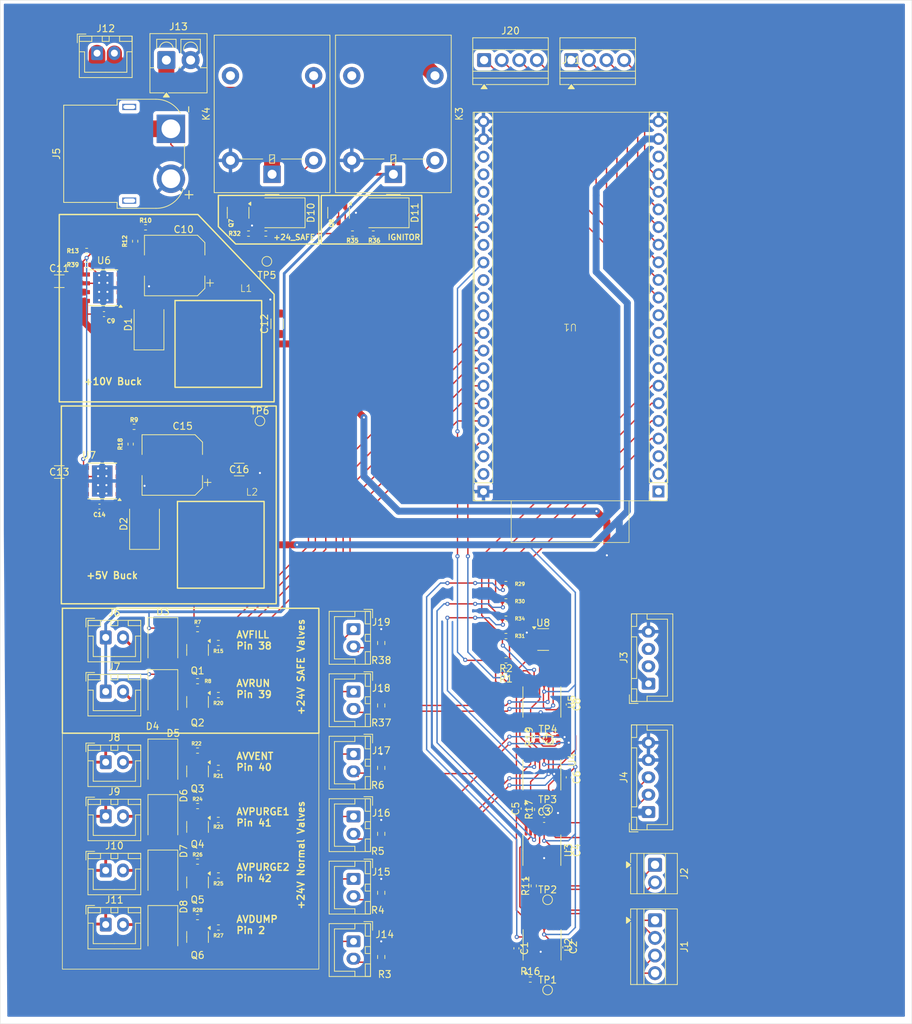
<source format=kicad_pcb>
(kicad_pcb (version 20241229) (generator "pcbnew") (generator_version "9.0")
  (title_block (title "Nexus PCB") (rev "0.1.0") (company "Queen's Rocket Engineering Team") (comment 1 "Rough Draft"))
  (layers (0 "F.Cu" signal) (2 "B.Cu" signal) (13 "F.Paste" user) (15 "B.Paste" user) (5 "F.SilkS" user "F.Silkscreen") (7 "B.SilkS" user "B.Silkscreen") (1 "F.Mask" user) (3 "B.Mask" user) (25 "Edge.Cuts" user))
  (net 0 "")
  (net 1 "+3.3V")
  (net 2 "GND")
  (net 3 "+5V")
  (net 4 "+10V")
  (net 5 "+24V")
  (net 6 "Net-(U7-BOOT)")
  (net 7 "Net-(D2-K)")
  (net 8 "VALVE_1_RET")
  (net 9 "+24V_SAFE")
  (net 10 "VALVE_2_RET")
  (net 11 "VALVE_3_RET")
  (net 12 "VALVE_4_RET")
  (net 13 "VALVE_5_RET")
  (net 14 "VALVE_6_RET")
  (net 15 "/ADC Circuitry/ADC1_AIN2")
  (net 16 "/ADC Circuitry/ADC1_AIN0")
  (net 17 "/ADC Circuitry/ADC1_AIN3")
  (net 18 "/ADC Circuitry/ADC1_AIN1")
  (net 19 "/ADC Circuitry/ADC2_AIN2")
  (net 20 "/ADC Circuitry/ADC2_AIN3")
  (net 21 "LC_FILL_+")
  (net 22 "LC_FILL_-")
  (net 23 "LC_THRUST_+")
  (net 24 "LC_THRUST_-")
  (net 25 "/Ignitor Control/IGNITOR_SOURCE")
  (net 26 "PT_READING_1")
  (net 27 "PT_READING_2")
  (net 28 "PT_READING_3")
  (net 29 "PT_READING_4")
  (net 30 "PT_READING_5")
  (net 31 "PT_READING_6")
  (net 32 "/ESP32 Breakout/PIN8_BREAKOUT")
  (net 33 "/ESP32 Breakout/PIN9_BREAKOUT")
  (net 34 "/ESP32 Breakout/PIN13_BREAKOUT")
  (net 35 "/ESP32 Breakout/PIN11_BREAKOUT")
  (net 36 "/ESP32 Breakout/PIN10_BREAKOUT")
  (net 37 "/ESP32 Breakout/PIN12_BREAKOUT")
  (net 39 "Net-(Q1-G)")
  (net 40 "Net-(Q2-G)")
  (net 41 "Net-(Q3-G)")
  (net 42 "Net-(Q4-G)")
  (net 43 "Net-(Q5-G)")
  (net 44 "Net-(Q6-G)")
  (net 45 "I2C_SDA")
  (net 46 "I2C_SCL")
  (net 47 "Net-(U7-VSENSE)")
  (net 48 "Net-(U3-RESET)")
  (net 49 "/Power Regulation/VREG_EN")
  (net 50 "VALVE_1_CTL")
  (net 51 "Net-(U2-RESET)")
  (net 52 "Net-(U4-RESET)")
  (net 53 "Net-(U5-RESET)")
  (net 54 "VALVE_2_CTL")
  (net 55 "VALVE_3_CTL")
  (net 56 "VALVE_4_CTL")
  (net 57 "VALVE_5_CTL")
  (net 58 "VALVE_6_CTL")
  (net 59 "I2C_DRDY_ADC1")
  (net 60 "I2C_DRDY_ADC2")
  (net 61 "I2C_DRDY_ADC4")
  (net 62 "SAFE_24V_CTL")
  (net 63 "I2C_DRDY_ADC3")
  (net 64 "IGNITOR_CTL")
  (net 91 "/Ignitor Control/IGNITOR_RLY_+VE")
  (net 92 "/Ignitor Control/IGNITOR_CTL_FET")
  (net 93 "/Power Regulation/LOCKOUT_RLY_+VE")
  (net 94 "/Power Regulation/+24V_POST_LOCKOUT")
  (net 95 "/Power Regulation/LOCKOUT_RLY_CTRL_FET")
  (net 96 "/Power Regulation/+10V_REG_PH")
  (net 97 "/Power Regulation/+10V_REG_BOOT")
  (net 98 "/Power Regulation/+10V_SENSE")
  (net 99 "/ESP32 Breakout/PIN46_BREAKOUT")
  (net 100 "/ESP32 Breakout/PIN3_BREAKOUT")
  (footprint "TestPoint:TestPoint_Pad_D1.0mm" (layer "F.Cu") (at 163.5 121.5)
    (property "Reference" "TP4")
    (property "Value" "ADC4_RST")
  )
  (footprint "Capacitor_SMD:C_0402_1005Metric" (layer "F.Cu") (at 98.8 87.9875 180)
    (property "Reference" "C14")
    (property "Value" "10nF")
  )
  (footprint "Connector_AMASS:AMASS_XT60PW-F_1x02_P7.20mm_Horizontal" (layer "F.Cu") (at 109.1 33.5375 90)
    (property "Reference" "J5")
    (property "Value" "XT60-M")
  )
  (footprint "Connector_JST:JST_XH_B2B-XH-A_1x02_P2.50mm_Vertical" (layer "F.Cu") (at 99.7 148.2125)
    (property "Reference" "J11")
    (property "Value" "Valve_6_PWR")
  )
  (footprint "Resistor_SMD:R_0402_1005Metric" (layer "F.Cu") (at 157.44 106.6375 180)
    (property "Reference" "R31")
    (property "Value" "3.3k")
  )
  (footprint "Package_SO:TSSOP-16_4.4x5mm_P0.65mm" (layer "F.Cu") (at 162.65 151.1375 90)
    (property "Reference" "U2")
    (property "Value" "ADS112C04")
  )
  (footprint "Resistor_SMD:R_0603_1608Metric" (layer "F.Cu") (at 139.45 116.6375 90)
    (property "Reference" "R37")
    (property "Value" "250")
  )
  (footprint "Connector_JST:JST_XH_B2B-XH-A_1x02_P2.50mm_Vertical" (layer "F.Cu") (at 99.7 140.4125)
    (property "Reference" "J10")
    (property "Value" "Valve_5_PWR")
  )
  (footprint "Resistor_SMD:R_0402_1005Metric" (layer "F.Cu") (at 105.45 47.7375 180)
    (property "Reference" "R10")
    (property "Value" "10k")
  )
  (footprint "Connector_JST:JST_XH_B2B-XH-A_1x02_P2.50mm_Vertical" (layer "F.Cu") (at 99.7 132.6125)
    (property "Reference" "J9")
    (property "Value" "Valve_4_PWR")
  )
  (footprint "Capacitor_SMD:C_1206_3216Metric" (layer "F.Cu") (at 93 55.5)
    (property "Reference" "C11")
    (property "Value" "10uF")
  )
  (footprint "Package_SO:TSSOP-16_4.4x5mm_P0.65mm" (layer "F.Cu") (at 162.625 137.5 90)
    (property "Reference" "U3")
    (property "Value" "ADS112C04")
  )
  (footprint "Package_SO:TI_SO-PowerPAD-8_ThermalVias" (layer "F.Cu") (at 99.2 84.2875 180)
    (property "Reference" "U7")
    (property "Value" "TPS5430DDA")
  )
  (footprint "Diode_SMD:D_SMB" (layer "F.Cu") (at 107.95 107.6375 -90)
    (property "Reference" "D3")
    (property "Value" "SK44BL")
  )
  (footprint "Capacitor_SMD:C_0402_1005Metric" (layer "F.Cu") (at 166.5 127 -90)
    (property "Reference" "C6")
    (property "Value" "0.1μF")
  )
  (footprint "Resistor_SMD:R_0402_1005Metric" (layer "F.Cu") (at 96.94 53.1375)
    (property "Reference" "R39")
    (property "Value" "10k")
  )
  (footprint "Package_TO_SOT_SMD:SOT-23-3" (layer "F.Cu") (at 118.8 45.6375 -90)
    (property "Reference" "Q7")
    (property "Value" "BSS138")
  )
  (footprint "Package_TO_SOT_SMD:SOT-23-3" (layer "F.Cu") (at 133.3 45.6375 -90)
    (property "Reference" "Q8")
    (property "Value" "BSS138" (hide yes))
  )
  (footprint "Connector_JST:JST_XH_B2B-XH-A_1x02_P2.50mm_Vertical" (layer "F.Cu") (at 135.45 105.6375 -90)
    (property "Reference" "J19")
    (property "Value" "PT_6")
  )
  (footprint "Resistor_SMD:R_0402_1005Metric" (layer "F.Cu") (at 115.94 133.1375 180)
    (property "Reference" "R23")
    (property "Value" "100")
  )
  (footprint "Resistor_SMD:R_0402_1005Metric" (layer "F.Cu") (at 157.45 110.1375 180)
    (property "Reference" "R2")
    (property "Value" "1k")
  )
  (footprint "Resistor_SMD:R_0603_1608Metric" (layer "F.Cu") (at 139.45 107.6375 90)
    (property "Reference" "R38")
    (property "Value" "250")
  )
  (footprint "Resistor_SMD:R_0402_1005Metric" (layer "F.Cu") (at 103.3 78.9775 -90)
    (property "Reference" "R18")
    (property "Value" "3.3k")
  )
  (footprint "Resistor_SMD:R_0603_1608Metric" (layer "F.Cu") (at 139.45 135.1375 90)
    (property "Reference" "R5")
    (property "Value" "250")
  )
  (footprint "Diode_SMD:D_SMB" (layer "F.Cu") (at 107.95 125.1375 -90)
    (property "Reference" "D5")
    (property "Value" "SK44BL")
  )
  (footprint "Resistor_SMD:R_0402_1005Metric" (layer "F.Cu") (at 112.95 123.1375 180)
    (property "Reference" "R22")
    (property "Value" "100k")
  )
  (footprint "Resistor_SMD:R_0402_1005Metric" (layer "F.Cu") (at 112.94 147.1375 180)
    (property "Reference" "R28")
    (property "Value" "100k")
  )
  (footprint "Resistor_SMD:R_0402_1005Metric" (layer "F.Cu") (at 96.95 51.1375)
    (property "Reference" "R13")
    (property "Value" "100k")
  )
  (footprint "Resistor_SMD:R_0402_1005Metric" (layer "F.Cu") (at 157.45 111.6375 180)
    (property "Reference" "R1")
    (property "Value" "1k")
  )
  (footprint "TerminalBlock:TerminalBlock_Xinya_XY308-2.54-4P_1x04_P2.54mm_Horizontal" (layer "F.Cu") (at 154.29 23.6375)
    (property "Reference" "J20")
    (property "Value" "PIN6-9_Breakout")
  )
  (footprint "Connector_JST:JST_XH_B2B-XH-A_1x02_P2.50mm_Vertical" (layer "F.Cu") (at 135.45 114.6375 -90)
    (property "Reference" "J18")
    (property "Value" "PT_5")
  )
  (footprint "TestPoint:TestPoint_Pad_D1.0mm" (layer "F.Cu") (at 121.95 75.6375)
    (property "Reference" "TP6")
    (property "Value" "TP_+5V")
  )
  (footprint "Diode_SMD:D_SMB" (layer "F.Cu") (at 105.3 90.4875 90)
    (property "Reference" "D2")
    (property "Value" "SK44BL")
  )
  (footprint "Resistor_SMD:R_0402_1005Metric" (layer "F.Cu") (at 112.96 131.1375 180)
    (property "Reference" "R24")
    (property "Value" "100k")
  )
  (footprint "Connector_JST:JST_XH_B2B-XH-A_1x02_P2.50mm_Vertical" (layer "F.Cu") (at 99.7 114.6375)
    (property "Reference" "J7")
    (property "Value" "Valve_2_PWR")
  )
  (footprint "Package_TO_SOT_SMD:SOT-23-3" (layer "F.Cu") (at 162.8125 107.1375)
    (property "Reference" "U8")
    (property "Value" "XC6206P332MR")
  )
  (footprint "Resistor_SMD:R_0402_1005Metric" (layer "F.Cu") (at 157.44 99.1375 180)
    (property "Reference" "R29")
    (property "Value" "3.3k")
  )
  (footprint "Capacitor_SMD:C_0402_1005Metric" (layer "F.Cu") (at 165 121.52 90)
    (property "Reference" "C7")
    (property "Value" "0.1μF")
  )
  (footprint "Capacitor_SMD:C_0402_1005Metric" (layer "F.Cu") (at 158.95 151.6375 -90)
    (property "Reference" "C1")
    (property "Value" "0.1μF")
  )
  (footprint "Package_TO_SOT_SMD:SOT-23-3" (layer "F.Cu") (at 112.95 142.1375 -90)
    (property "Reference" "Q5")
    (property "Value" "BSS138")
  )
  (footprint "Connector_JST:JST_XH_B4B-XH-A_1x04_P2.50mm_Vertical" (layer "F.Cu") (at 178 113.5 90)
    (property "Reference" "J3")
    (property "Value" "4-Pin Load Cell")
  )
  (footprint "Resistor_SMD:R_0402_1005Metric" (layer "F.Cu") (at 122.8 48.6375)
    (property "Reference" "R33" (hide yes))
    (property "Value" "100")
  )
  (footprint "Inductor_SMD:L_12.5x12.5mm_SXNSMDRS1275" (layer "F.Cu") (at 115.95 64.5375)
    (property "Reference" "L1")
    (property "Value" "22uH 4A")
  )
  (footprint "Resistor_SMD:R_0402_1005Metric" (layer "F.Cu") (at 112.95 113.1375 180)
    (property "Reference" "R8")
    (property "Value" "100k")
  )
  (footprint "Connector_JST:JST_XH_B2B-XH-A_1x02_P2.50mm_Vertical" (layer "F.Cu") (at 99.7 106.8375)
    (property "Reference" "J6")
    (property "Value" "Valve_1_PWR")
  )
  (footprint "Package_TO_SOT_SMD:SOT-23-3" (layer "F.Cu") (at 112.95 116.1375 -90)
    (property "Reference" "Q2")
    (property "Value" "BSS138")
  )
  (footprint "TerminalBlock_4Ucon:TerminalBlock_4Ucon_1x02_P3.50mm_Vertical" (layer "F.Cu") (at 108.45 23.6375)
    (property "Reference" "J13")
    (property "Value" "Ignitor Screw Terminal")
  )
  (footprint "Resistor_SMD:R_0603_1608Metric" (layer "F.Cu") (at 139.45 125.6375 90)
    (property "Reference" "R6")
    (property "Value" "250")
  )
  (footprint "Diode_SMD:D_SMB" (layer "F.Cu") (at 107.95 141.1375 -90)
    (property "Reference" "D7")
    (property "Value" "SK44BL")
  )
  (footprint "Connector_JST:JST_XH_B2B-XH-A_1x02_P2.50mm_Vertical" (layer "F.Cu") (at 135.45 141.6375 -90)
    (property "Reference" "J15")
    (property "Value" "PT_2")
  )
  (footprint "Connector_JST:JST_XH_B2B-XH-A_1x02_P2.50mm_Vertical" (layer "F.Cu") (at 135.45 150.6375 -90)
    (property "Reference" "J14")
    (property "Value" "PT_1")
  )
  (footprint "Resistor_SMD:R_0402_1005Metric" (layer "F.Cu") (at 135.3 48.6375)
    (property "Reference" "R35")
    (property "Value" "10k" (hide yes))
  )
  (footprint "TestPoint:TestPoint_Pad_D1.0mm" (layer "F.Cu") (at 163.45 157.6375)
    (property "Reference" "TP1")
    (property "Value" "ADC1_RST")
  )
  (footprint "Connector_JST:JST_XH_B2B-XH-A_1x02_P2.50mm_Vertical" (layer "F.Cu") (at 99.7 124.8125)
    (property "Reference" "J8")
    (property "Value" "Valve_3_PWR")
  )
  (footprint "Package_SO:TI_SO-PowerPAD-8_ThermalVias" (layer "F.Cu") (at 99.35 56.4375 180)
    (property "Reference" "U6")
    (property "Value" "TPS5430DDA")
  )
  (footprint "TerminalBlock:TerminalBlock_Xinya_XY308-2.54-2P_1x02_P2.54mm_Horizontal" (layer "F.Cu") (at 178.95 139.5975 -90)
    (property "Reference" "J2")
    (property "Value" "Screw_Terminal_01x02")
  )
  (footprint "Package_TO_SOT_SMD:SOT-23-3" (layer "F.Cu") (at 112.95 134.1375 -90)
    (property "Reference" "Q4")
    (property "Value" "BSS138")
  )
  (footprint "Diode_SMD:D_SMB" (layer "F.Cu") (at 107.95 149.1375 -90)
    (property "Reference" "D8")
    (property "Value" "SK44BL")
  )
  (footprint "Resistor_SMD:R_0402_1005Metric" (layer "F.Cu") (at 115.95 115.1375 180)
    (property "Reference" "R20")
    (property "Value" "100")
  )
  (footprint "Inductor_SMD:L_12.5x12.5mm_SXNSMDRS1275" (layer "F.Cu") (at 116.3 93.4875)
    (property "Reference" "L2")
    (property "Value" "22uH 4A")
  )
  (footprint "Capacitor_SMD:C_0402_1005Metric" (layer "F.Cu") (at 99.45 60.2375 180)
    (property "Reference" "C9")
    (property "Value" "10nF")
  )
  (footprint "TerminalBlock:TerminalBlock_Xinya_XY308-2.54-4P_1x04_P2.54mm_Horizontal" (layer "F.Cu") (at 166.87 23.6375)
    (property "Reference" "J21")
    (property "Value" "PIN10-13_Breakout")
  )
  (footprint "TerminalBlock:TerminalBlock_Xinya_XY308-2.54-4P_1x04_P2.54mm_Horizontal" (layer "F.Cu") (at 178.95 147.5975 -90)
    (property "Reference" "J1")
    (property "Value" "Screw_Terminal_01x04")
  )
  (footprint "Resistor_SMD:R_0402_1005Metric" (layer "F.Cu") (at 103.79 76.4875 180)
    (property "Reference" "R9")
    (property "Value" "10k")
  )
  (footprint "Connector_JST:JST_XH_B2B-XH-A_1x02_P2.50mm_Vertical" (layer "F.Cu") (at 135.45 123.6375 -90)
    (property "Reference" "J17")
    (property "Value" "PT_4")
  )
  (footprint "Diode_SMD:D_SMB" (layer "F.Cu") (at 107.95 115.1375 -90)
    (property "Reference" "D4")
    (property "Value" "SK44BL")
  )
  (footprint "Diode_SMD:D_SMB" (layer "F.Cu") (at 105.95 61.7375 90)
    (property "Reference" "D1")
    (property "Value" "SK44BL")
  )
  (footprint "TestPoint:TestPoint_Pad_D1.0mm" (layer "F.Cu") (at 163.45 131.6375)
    (property "Reference" "TP3")
    (property "Value" "ADC3_RST")
  )
  (footprint "Resistor_SMD:R_0402_1005Metric" (layer "F.Cu") (at 157.44 104.1375 180)
    (property "Reference" "R34")
    (property "Value" "3.3k")
  )
  (footprint "Capacitor_SMD:C_1206_3216Metric" (layer "F.Cu") (at 93 83)
    (property "Reference" "C13")
    (property "Value" "10uF")
  )
  (footprint "Resistor_SMD:R_0402_1005Metric" (layer "F.Cu") (at 161.95 131.6375 90)
    (property "Reference" "R17")
    (property "Value" "10k")
  )
  (footprint "Capacitor_SMD:C_0402_1005Metric" (layer "F.Cu") (at 160 131.5 90)
    (property "Reference" "C5")
    (property "Value" "0.1μF")
  )
  (footprint "Resistor_SMD:R_0402_1005Metric" (layer "F.Cu") (at 161.45 142.6375 90)
    (property "Reference" "R11")
    (property "Value" "10k")
  )
  (footprint "Package_TO_SOT_SMD:SOT-23-3" (layer "F.Cu") (at 112.95 150 -90)
    (property "Reference" "Q6")
    (property "Value" "BSS138")
  )
  (footprint "Diode_SMD:D_SMB" (layer "F.Cu") (at 139.8 45.6375 180)
    (property "Reference" "D11")
    (property "Value" "SK44BL")
  )
  (footprint "Capacitor_SMD:C_0402_1005Metric" (layer "F.Cu") (at 166.5 116.5 -90)
    (property "Reference" "C8")
    (property "Value" "0.1μF")
  )
  (footprint "Resistor_SMD:R_0402_1005Metric" (layer "F.Cu") (at 112.95 105.6375 180)
    (property "Reference" "R7")
    (property "Value" "100k")
  )
  (footprint "Resistor_SMD:R_0402_1005Metric" (layer "F.Cu") (at 138.3 48.6375)
    (property "Reference" "R36")
    (property "Value" "100")
  )
  (footprint "Resistor_SMD:R_0402_1005Metric" (layer "F.Cu") (at 161.95 121.1375 90)
    (property "Reference" "R19")
    (property "Value" "10k")
  )
  (footprint "Diode_SMD:D_SMB" (layer "F.Cu") (at 107.95 133.1375 -90)
    (property "Reference" "D6")
    (property "Value" "SK44BL")
  )
  (footprint "Resistor_SMD:R_0402_1005Metric" (layer "F.Cu") (at 103.95 49.7375 -90)
    (property "Reference" "R12")
    (property "Value" "1.4K")
  )
  (footprint "Connector_JST:JST_XH_B2B-XH-A_1x02_P2.50mm_Vertical" (layer "F.Cu") (at 135.45 132.6375 -90)
    (property "Reference" "J16")
    (property "Value" "PT_3")
  )
  (footprint "Resistor_SMD:R_0402_1005Metric" (layer "F.Cu") (at 120.3 48.6375)
    (property "Reference" "R32")
    (property "Value" "10k")
  )
  (footprint "Library:ESP32_Devkit_C1_Noah" (layer "F.Cu") (at 166.7 59.1475 180)
    (property "Reference" "U1")
    (property "Value" "ESP32-S3")
  )
  (footprint "TestPoint:TestPoint_Pad_D1.0mm" (layer "F.Cu") (at 122.95 52.6375)
    (property "Reference" "TP5")
    (property "Value" "TP_+10V")
  )
  (footprint "Resistor_SMD:R_0402_1005Metric" (layer "F.Cu") (at 157.44 101.6375 180)
    (property "Reference" "R30")
    (property "Value" "3.3k")
  )
  (footprint "Resistor_SMD:R_0402_1005Metric" (layer "F.Cu") (at 112.95 139.1375 180)
    (property "Reference" "R26")
    (property "Value" "100k")
  )
  (footprint "Package_TO_SOT_SMD:SOT-23-3" (layer "F.Cu") (at 112.95 126.1375 -90)
    (property "Reference" "Q3")
    (property "Value" "BSS138")
  )
  (footprint "Package_TO_SOT_SMD:SOT-23-3" (layer "F.Cu") (at 112.95 108.6375 -90)
    (property "Reference" "Q1")
    (property "Value" "BSS138")
  )
  (footprint "Relay_THT:Relay_SPDT_Omron-G5LE-1" (layer "F.Cu") (at 123.7 40.0875 180)
    (property "Reference" "K4")
    (property "Value" "G5LE-1")
  )
  (footprint "Resistor_SMD:R_0402_1005Metric" (layer "F.Cu") (at 115.96 141.1375 180)
    (property "Reference" "R25")
    (property "Value" "100")
  )
  (footprint "Connector_JST:JST_XH_B2B-XH-A_1x02_P2.50mm_Vertical" (layer "F.Cu") (at 98.45 22.6375)
    (property "Reference" "J12")
    (property "Value" "24V_Lockout_Key_Switch")
  )
  (footprint "Resistor_SMD:R_0603_1608Metric" (layer "F.Cu") (at 139.45 143.6375 90)
    (property "Reference" "R4")
    (property "Value" "250")
  )
  (footprint "Capacitor_SMD:C_1206_3216Metric" (layer "F.Cu") (at 124.45 61.6375 90)
    (property "Reference" "C12")
    (property "Value" "10uF")
  )
  (footprint "Relay_THT:Relay_SPDT_Omron-G5LE-1" (layer "F.Cu") (at 141.2 40.0875 180)
    (property "Reference" "K3")
    (property "Value" "G5LE-1")
  )
  (footprint "Diode_SMD:D_SMB" (layer "F.Cu") (at 124.8 45.6375 180)
    (property "Reference" "D10")
    (property "Value" "SK44BL")
  )
  (footprint "Resistor_SMD:R_0402_1005Metric" (layer "F.Cu") (at 115.96 148.6375 180)
    (property "Reference" "R27")
    (property "Value" "100")
  )
  (footprint "Resistor_SMD:R_0402_1005Metric" (layer "F.Cu") (at 115.95 107.6375 180)
    (property "Reference" "R15")
    (property "Value" "100")
  )
  (footprint "Connector_JST:JST_XH_B5B-XH-A_1x05_P2.50mm_Vertical" (layer "F.Cu") (at 178 132 90)
    (property "Reference" "J4")
    (property "Value" "5-Pin Load Cell")
  )
  (footprint "Capacitor_SMD:C_1206_3216Metric" (layer "F.Cu") (at 118.95 82.6375)
    (property "Reference" "C16")
    (property "Value" "10uF")
  )
  (footprint "Capacitor_SMD:C_0402_1005Metric" (layer "F.Cu") (at 166 151.5 -90)
    (property "Reference" "C2")
    (property "Value" "0.1μF")
  )
  (footprint "Capacitor_SMD:C_0402_1005Metric" (layer "F.Cu") (at 166.5 137.5 -90)
    (property "Reference" "C4")
    (property "Value" "0.1μF")
  )
  (footprint "TestPoint:TestPoint_Pad_D1.0mm" (layer "F.Cu") (at 163.45 144.6375)
    (property "Reference" "TP2")
    (property "Value" "ADC2_RST")
  )
  (footprint "Resistor_SMD:R_0402_1005Metric" (layer "F.Cu") (at 160.95 156.1375)
    (property "Reference" "R16")
    (property "Value" "10k")
  )
  (footprint "Resistor_SMD:R_0402_1005Metric" (layer "F.Cu") (at 115.95 125.6375 180)
    (property "Reference" "R21")
    (property "Value" "100")
  )
  (footprint "Package_SO:TSSOP-16_4.4x5mm_P0.65mm" (layer "F.Cu") (at 162.625 126.6375 90)
    (property "Reference" "U4")
    (property "Value" "ADS112C04")
  )
  (footprint "Capacitor_SMD:CP_Elec_8x10.5" (layer "F.Cu") (at 109.3 81.9875 180)
    (property "Reference" "C15")
    (property "Value" "220uF")
  )
  (footprint "Resistor_SMD:R_0603_1608Metric" (layer "F.Cu") (at 139.45 152.8875 90)
    (property "Reference" "R3")
    (property "Value" "250")
  )
  (footprint "Capacitor_SMD:CP_Elec_8x10.5" (layer "F.Cu") (at 109.65 53.2375 180)
    (property "Reference" "C10")
    (property "Value" "220uF")
  )
  (footprint "Capacitor_SMD:C_0402_1005Metric" (layer "F.Cu") (at 162.95 133.1375)
    (property "Reference" "C3")
    (property "Value" "0.1μF")
  )
  (footprint "Package_SO:TSSOP-16_4.4x5mm_P0.65mm" (layer "F.Cu") (at 162.625 116.1375 90)
    (property "Reference" "U5")
    (property "Value" "ADS112C04")
  )
  (gr_poly (pts (xy 130.45 43.1375) (xy 130.45 50.1375) (xy 118.45 50.1375) (xy 115.95 47.6375) (xy 115.95 43.1375)) (stroke (width 0.2)) (fill no) (layer "F.SilkS"))
  (gr_poly (pts (xy 130.8 43.1375) (xy 130.8 50.1375) (xy 145.3 50.1375) (xy 145.3 43.1375)) (stroke (width 0.2)) (fill no) (layer "F.SilkS"))
  (gr_rect (start 93.45 120.6375) (end 130.45 154.6375) (stroke (width 0.1)) (fill no) (layer "F.SilkS"))
  (gr_rect (start 93.45 102.6375) (end 130.45 120.6375) (stroke (width 0.2)) (fill no) (layer "F.SilkS"))
  (gr_rect (start 93.3 73.4875) (end 124.3 101.9875) (stroke (width 0.2)) (fill no) (layer "F.SilkS"))
  (gr_poly (pts (xy 124 72.8875) (xy 93 72.8875) (xy 93 45.8875) (xy 113 45.8875) (xy 124 57.3875)) (stroke (width 0.2)) (fill no) (layer "F.SilkS"))
  (gr_rect (start 84.5 15) (end 216 162.5) (stroke (width 0.05)) (fill no) (layer "Edge.Cuts"))
  (gr_text "AVPURGE1\nPin 41" (at 118.45 134.1375 0) (layer "F.SilkS") (effects (font (size 1 1) (thickness 0.2) (bold yes)) (justify left bottom)))
  (gr_text "+24_SAFE" (at 123.8 49.6375 0) (layer "F.SilkS") (effects (font (size 0.8 0.8) (thickness 0.16) (bold yes)) (justify left bottom)))
  (gr_text "AVFILL\nPin 38" (at 118.45 108.6375 0) (layer "F.SilkS") (effects (font (size 1 1) (thickness 0.2) (bold yes)) (justify left bottom)))
  (gr_text "AVVENT\nPin 40" (at 118.45 126.1375 0) (layer "F.SilkS") (effects (font (size 1 1) (thickness 0.2) (bold yes)) (justify left bottom)))
  (gr_text "AVPURGE2\nPin 42" (at 118.45 142.1375 0) (layer "F.SilkS") (effects (font (size 1 1) (thickness 0.2) (bold yes)) (justify left bottom)))
  (gr_text "+10V Buck" (at 96.45 70.5375 0) (layer "F.SilkS") (effects (font (size 1 1) (thickness 0.2) (bold yes)) (justify left bottom)))
  (gr_text "+24V SAFE Valves" (at 128.45 118.1375 90) (layer "F.SilkS") (effects (font (size 1 1) (thickness 0.2) (bold yes)) (justify left bottom)))
  (gr_text "+24V Normal Valves" (at 128.45 146.1375 90) (layer "F.SilkS") (effects (font (size 1 1) (thickness 0.2) (bold yes)) (justify left bottom)))
  (gr_text "IGNITOR" (at 140.3 49.6375 0) (layer "F.SilkS") (effects (font (size 0.8 0.8) (thickness 0.16) (bold yes)) (justify left bottom)))
  (gr_text "AVDUMP\nPin 2" (at 118.45 149.6375 0) (layer "F.SilkS") (effects (font (size 1 1) (thickness 0.2) (bold yes)) (justify left bottom)))
  (gr_text "+5V Buck" (at 96.8 98.4875 0) (layer "F.SilkS") (effects (font (size 1 1) (thickness 0.2) (bold yes)) (justify left bottom)))
  (gr_text "AVRUN\nPin 39" (at 118.45 115.6375 0) (layer "F.SilkS") (effects (font (size 1 1) (thickness 0.2) (bold yes)) (justify left bottom)))
  (segment (start 160.35 143.6375) (end 160.35 145.562501) (width 0.2) (layer "F.Cu") (net 1))
  (segment (start 161.95 121.6475) (end 161.94 121.6475) (width 0.2) (layer "F.Cu") (net 1))
  (segment (start 157.95 153.6475) (end 160.44 156.1375) (width 0.2) (layer "F.Cu") (net 1))
  (segment (start 161.384935 122.202565) (end 162.3 123.11763) (width 0.2) (layer "F.Cu") (net 1))
  (segment (start 162.325 149.012499) (end 160.179999 151.1575) (width 0.2) (layer "F.Cu") (net 1))
  (segment (start 157.96 108.6175) (end 157.95 108.6075) (width 0.2) (layer "F.Cu") (net 1))
  (segment (start 162.3 123.11763) (end 162.3 123.775) (width 0.2) (layer "F.Cu") (net 1))
  (segment (start 160.95 108.8125) (end 161.675 108.0875) (width 0.2) (layer "F.Cu") (net 1))
  (segment (start 161.01 132.1475) (end 161 132.1375) (width 0.2) (layer "F.Cu") (net 1))
  (segment (start 157.95 104.1375) (end 157.95 106.6375) (width 0.2) (layer "F.Cu") (net 1))
  (segment (start 162.3 134.6375) (end 162.3 136.45513) (width 0.2) (layer "F.Cu") (net 1))
  (segment (start 158.95 151.1575) (end 157.95 152.1575) (width 0.2) (layer "F.Cu") (net 1))
  (segment (start 162.325 148.275) (end 162.325 149.012499) (width 0.2) (layer "F.Cu") (net 1))
  (segment (start 160.84 143.1475) (end 160.35 143.6375) (width 0.2) (layer "F.Cu") (net 1))
  (segment (start 162.3 134.6375) (end 162.3 133.3075) (width 0.2) (layer "F.Cu") (net 1))
  (segment (start 161 132.1375) (end 161 132.68013) (width 0.2) (layer "F.Cu") (net 1))
  (segment (start 161 129.5) (end 161 132.1375) (width 0.2) (layer "F.Cu") (net 1))
  (segment (start 161 132.68013) (end 162.3 133.98013) (width 0.2) (layer "F.Cu") (net 1))
  (segment (start 161.95 132.1475) (end 161.01 132.1475) (width 0.2) (layer "F.Cu") (net 1))
  (segment (start 158.94 111.6375) (end 157.96 111.6375) (width 0.2) (layer "F.Cu") (net 1))
  (segment (start 162.3 115.7875) (end 161 117.0875) (width 0.2) (layer "F.Cu") (net 1))
  (segment (start 162.3 126.3375) (end 161 127.6375) (width 0.2) (layer "F.Cu") (net 1))
  (segment (start 161 119) (end 161 121.81763) (width 0.2) (layer "F.Cu") (net 1))
  (segment (start 160.35 142.6375) (end 160.35 143.6375) (width 0.2) (layer "F.Cu") (net 1))
  (segment (start 160.35 138.40513) (end 160.35 140.3625) (width 0.2) (layer "F.Cu") (net 1))
  (segment (start 161.45 143.1475) (end 160.84 143.1475) (width 0.2) (layer "F.Cu") (net 1))
  (segment (start 162.3 110.9775) (end 162.3 113.275) (width 0.2) (layer "F.Cu") (net 1))
  (segment (start 164.5 122.5) (end 165 122) (width 0.2) (layer "F.Cu") (net 1))
  (segment (start 157.95 99.1375) (end 157.95 101.6575) (width 0.2) (layer "F.Cu") (net 1))
  (segment (start 160.95 109.6275) (end 158.94 111.6375) (width 0.2) (layer "F.Cu") (net 1))
  (segment (start 160.95 109.6275) (end 160.95 108.8125) (width 0.2) (layer "F.Cu") (net 1))
  (segment (start 161 121.81763) (end 161.384935 122.202565) (width 0.2) (layer "F.Cu") (net 1))
  (segment (start 162.3 133.98013) (end 162.3 134.6375) (width 0.2) (layer "F.Cu") (net 1))
  (segment (start 157.95 101.6375) (end 157.95 104.1375) (width 0.2) (layer "F.Cu") (net 1))
  (segment (start 162.325 147.537501) (end 162.325 148.275) (width 0.2) (layer "F.Cu") (net 1))
  (segment (start 160.179999 151.1575) (end 158.95 151.1575) (width 0.2) (layer "F.Cu") (net 1))
  (segment (start 162.3 113.275) (end 162.3 115.7875) (width 0.2) (layer "F.Cu") (net 1))
  (segment (start 160 131.98) (end 160.8425 131.98) (width 0.2) (layer "F.Cu") (net 1))
  (segment (start 161 119) (end 160.35 119) (width 0.2) (layer "F.Cu") (net 1))
  (segment (start 157.95 152.1575) (end 157.95 153.6475) (width 0.2) (layer "F.Cu") (net 1))
  (segment (start 160.35 145.562501) (end 162.325 147.537501) (width 0.2) (layer "F.Cu") (net 1))
  (segment (start 162.3 133.3075) (end 162.47 133.1375) (width 0.2) (layer "F.Cu") (net 1))
  (segment (start 157.96 111.6375) (end 157.96 110.1375) (width 0.2) (layer "F.Cu") (net 1))
  (segment (start 160.35 140.3625) (end 160.35 142.6375) (width 0.2) (layer "F.Cu") (net 1))
  (segment (start 162.3 123.775) (end 162.3 126.3375) (width 0.2) (layer "F.Cu") (net 1))
  (segment (start 161.94 121.6475) (end 161.384935 122.202565) (width 0.2) (layer "F.Cu") (net 1))
  (segment (start 162.8025 122.5) (end 164.5 122.5) (width 0.2) (layer "F.Cu") (net 1))
  (segment (start 161 117.0875) (end 161 119) (width 0.2) (layer "F.Cu") (net 1))
  (segment (start 161 127.6375) (end 161 129.5) (width 0.2) (layer "F.Cu") (net 1))
  (segment (start 160.8425 131.98) (end 161 132.1375) (width 0.2) (layer "F.Cu") (net 1))
  (segment (start 157.96 110.1375) (end 157.96 108.6175) (width 0.2) (layer "F.Cu") (net 1))
  (segment (start 161 117.6375) (end 161 119) (width 0.2) (layer "F.Cu") (net 1))
  (segment (start 162.3 136.45513) (end 160.35 138.40513) (width 0.2) (layer "F.Cu") (net 1))
  (segment (start 160.95 109.6275) (end 162.3 110.9775) (width 0.2) (layer "F.Cu") (net 1))
  (segment (start 161.95 121.6475) (end 162.8025 122.5) (width 0.2) (layer "F.Cu") (net 1))
  (segment (start 157.95 108.6075) (end 157.95 106.6375) (width 0.2) (layer "F.Cu") (net 1))
  (segment (start 161 117.6375) (end 161 118.35) (width 0.2) (layer "F.Cu") (net 1))
  (segment (start 163.6075 137.98) (end 162.95 138.6375) (width 0.2) (layer "F.Cu") (net 2))
  (segment (start 113.1375 108.6375) (end 113.45 108.6375) (width 0.2) (layer "F.Cu") (net 2))
  (segment (start 113.95 116.6375) (end 113.95 121.6275) (width 0.2) (layer "F.Cu") (net 2))
  (segment (start 112 141) (end 112 141.1875) (width 0.2) (layer "F.Cu") (net 2))
  (segment (start 105.95 59.5875) (end 105.95 56.2375) (width 0.2) (layer "F.Cu") (net 2))
  (segment (start 160 131.02) (end 160 129.85) (width 0.2) (layer "F.Cu") (net 2))
  (segment (start 112 125.6875) (end 112.45 126.1375) (width 0.2) (layer "F.Cu") (net 2))
  (segment (start 113.45 108.6375) (end 113.95 109.1375) (width 0.2) (layer "F.Cu") (net 2))
  (segment (start 113.45 134.1375) (end 113.95 134.6375) (width 0.2) (layer "F.Cu") (net 2))
  (segment (start 163.52 120.52) (end 164.04 121.04) (width 0.2) (layer "F.Cu") (net 2))
  (segment (start 112.95 142.1375) (end 113.45 142.1375) (width 0.2) (layer "F.Cu") (net 2))
  (segment (start 94.475 55.5) (end 96.3475 55.5) (width 0.2) (layer "F.Cu") (net 2))
  (segment (start 112 106.0775) (end 112.44 105.6375) (width 0.2) (layer "F.Cu") (net 2))
  (segment (start 98.685 55.8025) (end 98.75 55.7375) (width 0.2) (layer "F.Cu") (net 2))
  (segment (start 113.95 142.6375) (end 113.95 145.6175) (width 0.2) (layer "F.Cu") (net 2))
  (segment (start 136.79 48.6375) (end 136.79 46.4975) (width 0.2) (layer "F.Cu") (net 2))
  (segment (start 112 123.5775) (end 112.44 123.1375) (width 0.2) (layer "F.Cu") (net 2))
  (segment (start 163 120.02) (end 163.5 120.52) (width 0.2) (layer "F.Cu") (net 2))
  (segment (start 112 133) (end 113.1375 134.1375) (width 0.2) (layer "F.Cu") (net 2))
  (segment (start 112 107.5) (end 113.1375 108.6375) (width 0.2) (layer "F.Cu") (net 2))
  (segment (start 113.45 116.1375) (end 113.95 116.6375) (width 0.2) (layer "F.Cu") (net 2))
  (segment (start 112.95 96.6375) (end 112.95 91.6375) (width 0.2) (layer "F.Cu") (net 2))
  (segment (start 166.5 127.48) (end 166.5 129.5875) (width 0.2) (layer "F.Cu") (net 2))
  (segment (start 161.025 152.1375) (end 162.45 152.1375) (width 0.2) (layer "F.Cu") (net 2))
  (segment (start 161 140.3625) (end 161 139.5875) (width 0.2) (layer "F.Cu") (net 2))
  (segment (start 112.95 116.1375) (end 113.45 116.1375) (width 0.2) (layer "F.Cu") (net 2))
  (segment (start 163 119.05) (end 163 120.02) (width 0.2) (layer "F.Cu") (net 2))
  (segment (start 111.95 140.975) (end 111.95 140.3) (width 0.2) (layer "F.Cu") (net 2))
  (segment (start 164.04 121.04) (end 165 121.04) (width 0.2) (layer "F.Cu") (net 2))
  (segment (start 120.81 48.6375) (end 120.81 47.4775) (width 0.2) (layer "F.Cu") (net 2))
  (segment (start 113.45 142.1375) (end 113.95 142.6375) (width 0.2) (layer "F.Cu") (net 2))
  (segment (start 166 151.98) (end 162.6075 151.98) (width 0.2) (layer "F.Cu") (net 2))
  (segment (start 162.95 118.262501) (end 163.251001 117.9615) (width 0.2) (layer "F.Cu") (net 2))
  (segment (start 135.78 48.6275) (end 135.79 48.6375) (width 0.2) (layer "F.Cu") (net 2))
  (segment (start 162.3 139.2875) (end 162.95 138.6375) (width 0.2) (layer "F.Cu") (net 2))
  (segment (start 161.95 138.6375) (end 162.95 138.6375) (width 0.2) (layer "F.Cu") (net 2))
  (segment (start 94.475 83) (end 95.1275 83.6525) (width 0.2) (layer "F.Cu") (net 2))
  (segment (start 113.1375 134.1375) (end 113.45 134.1375) (width 0.2) (layer "F.Cu") (net 2))
  (segment (start 113.95 145.6175) (end 112.43 147.1375) (width 0.2) (layer "F.Cu") (net 2))
  (segment (start 112.95 91.6375) (end 109.65 88.3375) (width 0.2) (layer "F.Cu") (net 2))
  (segment (start 98.535 83.6525) (end 98.6 83.5875) (width 0.2) (layer "F.Cu") (net 2))
  (segment (start 111.95 132.975) (end 111.95 132.3) (width 0.2) (layer "F.Cu") (net 2))
  (segment (start 162.95 119) (end 163 119.05) (width 0.2) (layer "F.Cu") (net 2))
  (segment (start 162.95 118.1375) (end 162.45 117.6375) (width 0.2) (layer "F.Cu") (net 2))
  (segment (start 139.45 134.5625) (end 139.45 133.1375) (width 0.2) (layer "F.Cu") (net 2))
  (segment (start 164.95 131.1375) (end 164.351 130.5385) (width 0.2) (layer "F.Cu") (net 2))
  (segment (start 162.975 154) (end 162.975 152.6625) (width 0.2) (layer "F.Cu") (net 2))
  (segment (start 164.95 132.1375) (end 163.95 133.1375) (width 0.2) (layer "F.Cu") (net 2))
  (segment (start 158.95 152.575) (end 160.375 154) (width 0.2) (layer "F.Cu") (net 2))
  (segment (start 162.95 119) (end 162.95 118.1375) (width 0.2) (layer "F.Cu") (net 2))
  (segment (start 105.95 56.2375) (end 105.95 53.2375) (width 0.2) (layer "F.Cu") (net 2))
  (segment (start 105.3 82.2875) (end 105.6 81.9875) (width 0.2) (layer "F.Cu") (net 2))
  (segment (start 112 107.5) (end 112 106.0775) (width 0.2) (layer "F.Cu") (net 2))
  (segment (start 112 148.8625) (end 112 148.1875) (width 0.2) (layer "F.Cu") (net 2))
  (segment (start 136.79 46.4975) (end 137.65 45.6375) (width 0.2) (layer "F.Cu") (net 2))
  (segment (start 164.95 132.1375) (end 164.95 131.1375) (width 0.2) (layer "F.Cu") (net 2))
  (segment (start 120.425 82.6375) (end 121.45 82.6375) (width 0.2) (layer "F.Cu") (net 2))
  (segment (start 112 141) (end 112 139.5775) (width 0.2) (layer "F.Cu") (net 2))
  (segment (start 162.45 152.1375) (end 162.45 153.875) (width 0.2) (layer "F.Cu") (net 2))
  (segment (start 165.5185 117.9615) (end 166.5 116.98) (width 0.2) (layer "F.Cu") (net 2))
  (segment (start 105.6 81.9875) (end 103.3 79.6875) (width 0.2) (layer "F.Cu") (net 2))
  (segment (start 139.45 152.0625) (end 139.45 150.6375) (width 0.2) (layer "F.Cu") (net 2))
  (segment (start 113.95 126.6375) (end 113.95 129.6375) (width 0.2) (layer "F.Cu") (net 2))
  (segment (start 166.5 129.5875) (end 164.95 131.1375) (width 0.2) (layer "F.Cu") (net 2))
  (segment (start 96.3475 55.5) (end 96.65 55.8025) (width 0.2) (layer "F.Cu") (net 2))
  (segment (start 113.95 137.6275) (end 112.44 139.1375) (width 0.2) (layer "F.Cu") (net 2))
  (segment (start 120.81 47.4775) (end 122.65 45.6375) (width 0.2) (layer "F.Cu") (net 2))
  (segment (start 166.5 137.98) (end 163.6075 137.98) (width 0.2) (layer "F.Cu") (net 2))
  (segment (start 162.3 119) (end 162.3 117.7875) (width 0.2) (layer "F.Cu") (net 2))
  (segment (start 96.5 83.6525) (end 98.535 83.6525) (width 0.2) (layer "F.Cu") (net 2))
  (segment (start 160.375 154) (end 160.375 152.7875) (width 0.2) (layer "F.Cu") (net 2))
  (segment (start 121.45 82.6375) (end 121.95 83.1375) (width 0.2) (layer "F.Cu") (net 2))
  (segment (start 113.95 134.6375) (end 113.95 137.6275) (width 0.2) (layer "F.Cu") (net 2))
  (segment (start 162.3 140.3625) (end 162.3 139.2875) (width 0.2) (layer "F.Cu") (net 2))
  (segment (start 112.44 105.6375) (end 112.44 97.1475) (width 0.2) (layer "F.Cu") (net 2))
  (segment (start 139.45 107.0625) (end 139.45 105.6375) (width 0.2) (layer "F.Cu") (net 2))
  (segment (start 113.95 129.6375) (end 112.45 131.1375) (width 0.2) (layer "F.Cu") (net 2))
  (segment (start 163.099 130.2865) (end 162.95 130.1375) (width 0.2) (layer "F.Cu") (net 2))
  (segment (start 162.95 138.6375) (end 162.95 140.3625) (width 0.2) (layer "F.Cu") (net 2))
  (segment (start 163.099 130.30637) (end 163.099 130.2865) (width 0.2) (layer "F.Cu") (net 2))
  (segment (start 162.95 130.1375) (end 162.95 129.5) (width 0.2) (layer "F.Cu") (net 2))
  (segment (start 137.65 45.6375) (end 135.8 45.6375) (width 0.2) (layer "F.Cu") (net 2))
  (segment (start 111.95 114.975) (end 111.95 114.3) (width 0.2) (layer "F.Cu") (net 2))
  (segment (start 112 148.1875) (end 112.43 147.7575) (width 0.2) (layer "F.Cu") (net 2))
  (segment (start 160 129.85) (end 160.35 129.5) (width 0.2) (layer "F.Cu") (net 2))
  (segment (start 161.675 106.1875) (end 160.5 106.1875) (width 0.2) (layer "F.Cu") (net 2))
  (segment (start 103.95 51.2375) (end 105.95 53.2375) (width 0.2) (layer "F.Cu") (net 2))
  (segment (start 103.3 79.6875) (end 103.3 79.4875) (width 0.2) (layer "F.Cu") (net 2))
  (segment (start 162.975 152.6625) (end 162.45 152.1375) (width 0.2) (layer "F.Cu") (net 2))
  (segment (start 97.45 53.3375) (end 98.75 54.6375) (width 0.2) (layer "F.Cu") (net 2))
  (segment (start 112.43 147.7575) (end 112.43 147.1375) (width 0.2) (layer "F.Cu") (net 2))
  (segment (start 112.45 126.1375) (end 113.45 126.1375) (width 0.2) (layer "F.Cu") (net 2))
  (segment (start 109.65 88.3375) (end 105.3 88.3375) (width 0.2) (layer "F.Cu") (net 2))
  (segment (start 105.3 88.3375) (end 105.3 84.9875) (width 0.2) (layer "F.Cu") (net 2))
  (segment (start 113.95 121.6275) (end 112.44 123.1375) (width 0.2) (layer "F.Cu") (net 2))
  (segment (start 139.45 125.0625) (end 139.45 123.6375) (width 0.2) (layer "F.Cu") (net 2))
  (segment (start 112 115) (end 112 115.1875) (width 0.2) (layer "F.Cu") (net 2))
  (segment (start 160.45 106.1375) (end 160.5 106.1875) (width 0.2) (layer "F.Cu") (net 2))
  (segment (start 161.025 152.1375) (end 161.025 154) (width 0.2) (layer "F.Cu") (net 2))
  (segment (start 162.3 129.5) (end 162.95 129.5) (width 0.2) (layer "F.Cu") (net 2))
  (segment (start 163.251001 117.9615) (end 165.5185 117.9615) (width 0.2) (layer "F.Cu") (net 2))
  (segment (start 123.45 59.1625) (end 123.45 58.1375) (width 0.2) (layer "F.Cu") (net 2))
  (segment (start 162.45 153.875) (end 162.325 154) (width 0.2) (layer "F.Cu") (net 2))
  (segment (start 113.95 109.1375) (end 113.95 111.6275) (width 0.2) (layer "F.Cu") (net 2))
  (segment (start 124.45 60.1625) (end 123.45 59.1625) (width 0.2) (layer "F.Cu") (net 2))
  (segment (start 163.95 133.1375) (end 163.43 133.1375) (width 0.2) (layer "F.Cu") (net 2))
  (segment (start 112 133) (end 112 131.5875) (width 0.2) (layer "F.Cu") (net 2))
  (segment (start 111.95 124.975) (end 111.95 124.3) (width 0.2) (layer "F.Cu") (net 2))
  (segment (start 135.81 48.6375) (end 136.79 48.6375) (width 0.2) (layer "F.Cu") (net 2))
  (segment (start 162.95 119) (end 162.95 118.262501) (width 0.2) (layer "F.Cu") (net 2))
  (segment (start 112 131.5875) (end 112.45 131.1375) (width 0.2) (layer "F.Cu") (net 2))
  (segment (start 163.5 120.52) (end 163.52 120.52) (width 0.2) (layer "F.Cu") (net 2))
  (segment (start 112 141.1875) (end 112.95 142.1375) (width 0.2) (layer "F.Cu") (net 2))
  (segment (start 111.95 107.475) (end 111.95 106.8) (width 0.2) (layer "F.Cu") (net 2))
  (segment (start 103.95 50.2475) (end 103.95 51.2375) (width 0.2) (layer "F.Cu") (net 2))
  (segment (start 112 125) (end 112 123.5775) (width 0.2) (layer "F.Cu") (net 2))
  (segment (start 112 125) (end 112 125.6875) (width 0.2) (layer "F.Cu") (net 2))
  (segment (start 112 115) (end 112 113.5775) (width 0.2) (layer "F.Cu") (net 2))
  (segment (start 161 139.5875) (end 161.95 138.6375) (width 0.2) (layer "F.Cu") (net 2))
  (segment (start 96.65 55.8025) (end 98.685 55.8025) (width 0.2) (layer "F.Cu") (net 2))
  (segment (start 162.6075 151.98) (end 162.45 152.1375) (width 0.2) (layer "F.Cu") (net 2))
  (segment (start 112 139.5775) (end 112.44 139.1375) (width 0.2) (layer "F.Cu") (net 2))
  (segment (start 112 115.1875) (end 112.95 116.1375) (width 0.2) (layer "F.Cu") (net 2))
  (segment (start 139.45 116.0625) (end 139.45 114.6375) (width 0.2) (layer "F.Cu") (net 2))
  (segment (start 139.45 143.0625) (end 139.45 141.6375) (width 0.2) (layer "F.Cu") (net 2))
  (segment (start 164.351 130.5385) (end 163.33113 130.5385) (width 0.2) (layer "F.Cu") (net 2))
  (segment (start 112 113.5775) (end 112.44 113.1375) (width 0.2) (layer "F.Cu") (net 2))
  (segment (start 160.375 152.7875) (end 161.025 152.1375) (width 0.2) (layer "F.Cu") (net 2))
  (segment (start 105.3 84.9875) (end 105.3 82.2875) (width 0.2) (layer "F.Cu") (net 2))
  (segment (start 113.45 126.1375) (end 113.95 126.6375) (width 0.2) (layer "F.Cu") (net 2))
  (segment (start 158.95 152.1175) (end 158.95 152.575) (width 0.2) (layer "F.Cu") (net 2))
  (segment (start 112.44 97.1475) (end 112.95 96.6375) (width 0.2) (layer "F.Cu") (net 2))
  (segment (start 163.33113 130.5385) (end 163.099 130.30637) (width 0.2) (layer "F.Cu") (net 2))
  (segment (start 162.3 117.7875) (end 162.45 117.6375) (width 0.2) (layer "F.Cu") (net 2))
  (segment (start 113.95 111.6275) (end 112.44 113.1375) (width 0.2) (layer "F.Cu") (net 2))
  (segment (start 95.1275 83.6525) (end 96.5 83.6525) (width 0.2) (layer "F.Cu") (net 2))
  (via (at 162.95 138.6375) (size 0.6) (drill 0.3) (layers "F.Cu" "B.Cu") (net 2))
  (via (at 139.45 123.6375) (size 0.6) (drill 0.3) (layers "F.Cu" "B.Cu") (net 2))
  (via (at 120.81 47.4775) (size 0.6) (drill 0.3) (layers "F.Cu" "B.Cu") (net 2))
  (via (at 121.95 83.1375) (size 0.6) (drill 0.3) (layers "F.Cu" "B.Cu") (net 2))
  (via (at 123.45 58.1375) (size 0.6) (drill 0.3) (layers "F.Cu" "B.Cu") (net 2))
  (via (at 139.45 105.6375) (size 0.6) (drill 0.3) (layers "F.Cu" "B.Cu") (net 2))
  (via (at 139.45 133.1375) (size 0.6) (drill 0.3) (layers "F.Cu" "B.Cu") (net 2))
  (via (at 135.8 45.6375) (size 0.6) (drill 0.3) (layers "F.Cu" "B.Cu") (net 2))
  (via (at 105.95 56.2375) (size 0.6) (drill 0.3) (layers "F.Cu" "B.Cu") (net 2))
  (via (at 139.45 150.6375) (size 0.6) (drill 0.3) (layers "F.Cu" "B.Cu") (net 2))
  (via (at 139.45 141.6375) (size 0.6) (drill 0.3) (layers "F.Cu" "B.Cu") (net 2))
  (via (at 139.45 114.6375) (size 0.6) (drill 0.3) (layers "F.Cu" "B.Cu") (net 2))
  (via (at 162.45 152.1375) (size 0.6) (drill 0.3) (layers "F.Cu" "B.Cu") (net 2))
  (via (at 160.45 106.1375) (size 0.6) (drill 0.3) (layers "F.Cu" "B.Cu") (net 2))
  (via (at 162.45 117.6375) (size 0.6) (drill 0.3) (layers "F.Cu" "B.Cu") (net 2))
  (via (at 105.3 84.9875) (size 0.6) (drill 0.3) (layers "F.Cu" "B.Cu") (net 2))
  (via (at 164.95 132.1375) (size 0.6) (drill 0.3) (layers "F.Cu" "B.Cu") (net 2))
  (segment (start 163.1375 136.1375) (end 164.02 137.02) (width 0.2) (layer "F.Cu") (net 3))
  (segment (start 162.849 114.7385) (end 162.95 114.6375) (width 0.2) (layer "F.Cu") (net 3))
  (segment (start 164.75 117.25) (end 163.25 117.25) (width 0.2) (layer "F.Cu") (net 3))
  (segment (start 164.3325 151.02) (end 166 151.02) (width 0.2) (layer "F.Cu") (net 3))
  (segment (start 117.475 82.6375) (end 116.825 81.9875) (width 0.2) (layer "F.Cu") (net 3))
  (segment (start 162.95 136.1375) (end 162.95 134.6375) (width 0.2) (layer "F.Cu") (net 3))
  (segment (start 107.5 76.4875) (end 113 81.9875) (width 0.2) (layer "F.Cu") (net 3))
  (segment (start 121.8 93.4875) (end 127.3 93.4875) (width 1) (layer "F.Cu") (net 3))
  (segment (start 162.95 125.1375) (end 162.95 123.775) (width 0.2) (layer "F.Cu") (net 3))
  (segment (start 104.3 76.4875) (end 107.5 76.4875) (width 0.2) (layer "F.Cu") (net 3))
  (segment (start 166.5 126.45) (end 166.5 126.52) (width 0.2) (layer "F.Cu") (net 3))
  (segment (start 162.849 116.849) (end 162.849 114.7385) (width 0.2) (layer "F.Cu") (net 3))
  (segment (start 121.95 75.6375) (end 119.35 75.6375) (width 0.2) (layer "F.Cu") (net 3))
  (segment (start 121.8 90.7875) (end 113 81.9875) (width 1) (layer "F.Cu") (net 3))
  (segment (start 162.95 114.6375) (end 162.95 113.275) (width 0.2) (layer "F.Cu") (net 3))
  (segment (start 162.95 113.275) (end 162.95 108.1375) (width 0.2) (layer "F.Cu") (net 3))
  (segment (start 162.95 149.6375) (end 164.3325 151.02) (width 0.2) (layer "F.Cu") (net 3))
  (segment (start 166.5 116.02) (end 165.98 116.02) (width 0.2) (layer "F.Cu") (net 3))
  (segment (start 165.98 116.02) (end 164.75 117.25) (width 0.2) (layer "F.Cu") (net 3))
  (segment (start 121.8 93.4875) (end 121.8 90.7875) (width 1) (layer "F.Cu") (net 3))
  (segment (start 162.95 136.1375) (end 163.1375 136.1375) (width 0.2) (layer "F.Cu") (net 3))
  (segment (start 162.95 149.6375) (end 162.95 148.275) (width 0.2) (layer "F.Cu") (net 3))
  (segment (start 163.25 117.25) (end 162.849 116.849) (width 0.2) (layer "F.Cu") (net 3))
  (segment (start 162.95 108.1375) (end 163.95 107.1375) (width 0.2) (layer "F.Cu") (net 3))
  (segment (start 119.35 75.6375) (end 113 81.9875) (width 0.2) (layer "F.Cu") (net 3))
  (segment (start 167.45 125.5) (end 166.5 126.45) (width 0.2) (layer "F.Cu") (net 3))
  (segment (start 164.02 137.02) (end 166.5 137.02) (width 0.2) (layer "F.Cu") (net 3))
  (segment (start 116.825 81.9875) (end 113 81.9875) (width 0.2) (layer "F.Cu") (net 3))
  (via (at 162.95 149.6375) (size 0.6) (drill 0.3) (layers "F.Cu" "B.Cu") (net 3))
  (via (at 162.95 125.1375) (size 0.6) (drill 0.3) (layers "F.Cu" "B.Cu") (net 3))
  (via (at 127.3 93.4875) (size 0.6) (drill 0.3) (layers "F.Cu" "B.Cu") (net 3))
  (via (at 162.95 114.6375) (size 0.6) (drill 0.3) (layers "F.Cu" "B.Cu") (net 3))
  (via (at 162.95 136.1375) (size 0.6) (drill 0.3) (layers "F.Cu" "B.Cu") (net 3))
  (via (at 167.45 125.5) (size 0.6) (drill 0.3) (layers "F.Cu" "B.Cu") (net 3))
  (segment (start 177.59 34.9975) (end 179.45 34.9975) (width 1) (layer "B.Cu") (net 3))
  (segment (start 173.79375 109.29375) (end 178 113.5) (width 1) (layer "B.Cu") (net 3))
  (segment (start 166.45 149.6375) (end 162.95 149.6375) (width 0.2) (layer "B.Cu") (net 3))
  (segment (start 173.79375 89.79375) (end 174.95 88.6375) (width 1) (layer "B.Cu") (net 3))
  (segment (start 127.3 93.4875) (end 160.6 93.4875) (width 1) (layer "B.Cu") (net 3))
  (segment (start 170.45 54.1375) (end 170.45 43.1375) (width 1) (layer "B.Cu") (net 3))
  (segment (start 160.6 93.4875) (end 167.45 100.3375) (width 0.2) (layer "B.Cu") (net 3))
  (segment (start 166.45 114.6375) (end 162.95 114.6375) (width 0.2) (layer "B.Cu") (net 3))
  (segment (start 174.95 37.6375) (end 175.45 37.1375) (width 1) (layer "B.Cu") (net 3))
  (segment (start 167.0875 125.1375) (end 162.95 125.1375) (width 0.2) (layer "B.Cu") (net 3))
  (segment (start 174.95 88.6375) (end 174.95 58.6375) (width 1) (layer "B.Cu") (net 3))
  (segment (start 160.6 93.4875) (end 170.1 93.4875) (width 1) (layer "B.Cu") (net 3))
  (segment (start 173.79375 89.79375) (end 173.79375 109.29375) (width 1) (layer "B.Cu") (net 3))
  (segment (start 167.45 148.6375) (end 166.45 149.6375) (width 0.2) (layer "B.Cu") (net 3))
  (segment (start 170.45 42.1375) (end 175.45 37.1375) (width 1) (layer "B.Cu") (net 3))
  (segment (start 167.45 125.5) (end 167.45 124.1375) (width 0.2) (layer "B.Cu") (net 3))
  (segment (start 167.45 113.6375) (end 166.45 114.6375) (width 0.2) (layer "B.Cu") (net 3))
  (segment (start 166.45 136.1375) (end 162.95 136.1375) (width 0.2) (layer "B.Cu") (net 3))
  (segment (start 167.45 135.1375) (end 166.45 136.1375) (width 0.2) (layer "B.Cu") (net 3))
  (segment (start 167.45 125.5) (end 167.0875 125.1375) (width 0.2) (layer "B.Cu") (net 3))
  (segment (start 167.45 100.3375) (end 167.45 148.6375) (width 0.2) (layer "B.Cu") (net 3))
  (segment (start 170.45 43.1375) (end 170.45 42.1375) (width 1) (layer "B.Cu") (net 3))
  (segment (start 174.95 58.6375) (end 170.45 54.1375) (width 1) (layer "B.Cu") (net 3))
  (segment (start 170.1 93.4875) (end 173.79375 89.79375) (width 1) (layer "B.Cu") (net 3))
  (segment (start 175.45 37.1375) (end 177.59 34.9975) (width 1) (layer "B.Cu") (net 3))
  (segment (start 121.45 61.3375) (end 117.35 57.2375) (width 1) (layer "F.Cu") (net 4))
  (segment (start 124.45 64.0375) (end 123.95 64.5375) (width 0.2) (layer "F.Cu") (net 4))
  (segment (start 107.85 47.7375) (end 113.35 53.2375) (width 0.2) (layer "F.Cu") (net 4))
  (segment (start 105.96 47.7375) (end 107.85 47.7375) (width 0.2) (layer "F.Cu") (net 4))
  (segment (start 122.95 52.6375) (end 121.95 52.6375) (width 0.2) (layer "F.Cu") (net 4))
  (segment (start 123.95 64.5375) (end 126.35 64.5375) (width 1) (layer "F.Cu") (net 4))
  (segment (start 124.45 63.1125) (end 124.45 64.0375) (width 0.2) (layer "F.Cu") (net 4))
  (segment (start 172 90.1375) (end 170.5 88.6375) (width 1) (layer "F.Cu") (net 4))
  (segment (start 121.45 64.5375) (end 121.45 61.3375) (width 1) (layer "F.Cu") (net 4))
  (segment (start 121.45 64.5375) (end 123.95 64.5375) (width 1) (layer "F.Cu") (net 4))
  (segment (start 121.95 52.6375) (end 117.35 57.2375) (width 0.2) (layer "F.Cu") (net 4))
  (segment (start 126.35 64.5375) (end 136.95 75.1375) (width 1) (layer "F.Cu") (net 4))
  (segment (start 172 95) (end 172 90.1375) (width 1) (layer "F.Cu") (net 4))
  (segment (start 117.35 57.2375) (end 113.35 53.2375) (width 1) (layer "F.Cu") (net 4))
  (via (at 136.95 75.1375) (size 0.6) (drill 0.3) (layers "F.Cu" "B.Cu") (net 4))
  (via (at 172 95) (size 0.6) (drill 0.3) (layers "F.Cu" "B.Cu") (net 4))
  (via (at 170.5 88.6375) (size 0.6) (drill 0.3) (layers "F.Cu" "B.Cu") (net 4))
  (segment (start 172 95) (end 172 129) (width 1) (layer "B.Cu") (net 4))
  (segment (start 170.5 88.6375) (end 141.95 88.6375) (width 1) (layer "B.Cu") (net 4))
  (segment (start 172 129) (end 175 132) (width 1) (layer "B.Cu") (net 4))
  (segment (start 141.95 88.6375) (end 136.95 83.6375) (width 1) (layer "B.Cu") (net 4))
  (segment (start 175 132) (end 178 132) (width 1) (layer "B.Cu") (net 4))
  (segment (start 136.95 83.6375) (end 136.95 75.1375) (width 1) (layer "B.Cu") (net 4))
  (segment (start 91.525 53.975) (end 91.525 55.5) (width 0.2) (layer "F.Cu") (net 5))
  (segment (start 99.7 122.3875) (end 99.95 122.1375) (width 0.4) (layer "F.Cu") (net 5))
  (segment (start 103.04375 36.54375) (end 101.7 37.8875) (width 2.4) (layer "F.Cu") (net 5))
  (segment (start 135.45 141.6375) (end 133.95 141.6375) (width 0.2) (layer "F.Cu") (net 5))
  (segment (start 96.5 84.9225) (end 91.5 84.9225) (width 1) (layer "F.Cu") (net 5))
  (segment (start 106.05 33.5375) (end 103.04375 36.54375) (width 2.4) (layer "F.Cu") (net 5))
  (segment (start 130.95 117.6375) (end 130.95 110.1375) (width 0.2) (layer "F.Cu") (net 5))
  (segment (start 88.6125 132.6125) (end 88.5 132.5) (width 0.4) (layer "F.Cu") (net 5))
  (segment (start 109.1 33.5375) (end 109.1 35.7875) (width 0.2) (layer "F.Cu") (net 5))
  (segment (start 99.7 148.2125) (end 99.625 148.1375) (width 0.4) (layer "F.Cu") (net 5))
  (segment (start 107.1 122.1375) (end 107.95 122.9875) (width 0.4) (layer "F.Cu") (net 5))
  (segment (start 135.45 132.6375) (end 133.95 132.6375) (width 0.2) (layer "F.Cu") (net 5))
  (segment (start 135.45 150.6375) (end 133.95 150.6375) (width 0.2) (layer "F.Cu") (net 5))
  (segment (start 133.95 141.6375) (end 130.95 144.6375) (width 0.2) (layer "F.Cu") (net 5))
  (segment (start 88.5 140) (end 88.5 132.5) (width 2.4) (layer "F.Cu") (net 5))
  (segment (start 99.7 146.3875) (end 99.95 146.1375) (width 0.4) (layer "F.Cu") (net 5))
  (segment (start 88.6875 124.8125) (end 88.5 125) (width 0.4) (layer "F.Cu") (net 5))
  (segment (start 99.95 146.1375) (end 107.1 146.1375) (width 0.4) (layer "F.Cu") (net 5))
  (segment (start 130.95 153.6375) (end 130.95 144.6375) (width 0.2) (layer "F.Cu") (net 5))
  (segment (start 99.7 132.6125) (end 88.6125 132.6125) (width 0.4) (layer "F.Cu") (net 5))
  (segment (start 95.95 156.6375) (end 129.95 156.6375) (width 0.2) (layer "F.Cu") (net 5))
  (segment (start 88.5 125) (end 88.5 85) (width 2.4) (layer "F.Cu") (net 5))
  (segment (start 99.7 130.3875) (end 100.45 129.6375) (width 0.4) (layer "F.Cu") (net 5))
  (segment (start 91.525 84.8975) (end 91.5 84.9225) (width 0.2) (layer "F.Cu") (net 5))
  (segment (start 96.65 57.0725) (end 94.015 57.0725) (width 1) (layer "F.Cu") (net 5))
  (segment (start 88.5 57) (end 88.5 51.0875) (width 2.4) (layer "F.Cu") (net 5))
  (segment (start 90.5 148.1375) (end 88.5 146.1375) (width 2.4) (layer "F.Cu") (net 5))
  (segment (start 109.1 33.5375) (end 106.05 33.5375) (width 2.4) (layer "F.Cu") (net 5))
  (segment (start 88.5725 57.0725) (end 88.5 57) (width 0.2) (layer "F.Cu") (net 5))
  (segment (start 130.95 136.1375) (end 130.95 126.6375) (width 0.2) (layer "F.Cu") (net 5))
  (segment (start 98.45 34.6375) (end 98.45 22.6375) (width 2.4) (layer "F.Cu") (net 5))
  (segment (start 99.625 148.1375) (end 90.5 148.1375) (width 0.4) (layer "F.Cu") (net 5))
  (segment (start 88.9125 140.4125) (end 88.5 140) (width 0.4) (layer "F.Cu") (net 5))
  (segment (start 91.525 83) (end 91.525 84.8975) (width 0.2) (layer "F.Cu") (net 5))
  (segment (start 99.7 140.4125) (end 88.9125 140.4125) (width 0.4) (layer "F.Cu") (net 5))
  (segment (start 99.7 138.3875) (end 99.95 138.1375) (width 0.4) (layer "F.Cu") (net 5))
  (segment (start 106.6 129.6375) (end 107.95 130.9875) (width 0.4) (layer "F.Cu") (net 5))
  (segment (start 88.5 51.0875) (end 101.7 37.8875) (width 2.4) (layer "F.Cu") (net 5))
  (segment (start 99.7 148.2125) (end 99.7 146.3875) (width 0.4) (layer "F.Cu") (net 5))
  (segment (start 130.95 126.6375) (end 130.95 117.6375) (width 0.2) (layer "F.Cu") (net 5))
  (segment (start 101.7 37.8875) (end 98.45 34.6375) (width 2.4) (layer "F.Cu") (net 5))
  (segment (start 130.95 110.1375) (end 135.45 105.6375) (width 0.2) (layer "F.Cu") (net 5))
  (segment (start 115.95 42.6375) (end 115.9875 42.6375) (width 0.2) (layer "F.Cu") (net 5))
  (segment (start 135.45 123.6375) (end 133.95 123.6375) (width 0.2) (layer "F.Cu") (net 5))
  (segment (start 91.5 84.9225) (end 88.5775 84.9225) (width 1) (layer "F.Cu") (net 5))
  (segment (start 91.525 56.5975) (end 92 57.0725) (width 0.2) (layer "F.Cu") (net 5))
  (segment (start 88.5 85) (end 88.5 57) (width 2.4) (layer "F.Cu") (net 5))
  (segment (start 107.1 138.1375) (end 107.95 138.9875) (width 0.4) (layer "F.Cu") (net 5))
  (segment (start 99.95 122.1375) (end 107.1 122.1375) (width 0.4) (layer "F.Cu") (net 5))
  (segment (start 92 57.0725) (end 88.5725 57.0725) (width 1) (layer "F.Cu") (net 5))
  (segment (start 130.95 144.6375) (end 130.95 136.1375) (width 0.2) (layer "F.Cu") (net 5))
  (segment (start 133.95 114.6375) (end 130.95 117.6375) (width 0.2) (layer "F.Cu") (net 5))
  (segment (start 99.7 124.8125) (end 99.7 122.3875) (width 0.4) (layer "F.Cu") (net 5))
  (segment (start 99.7 148.2125) (end 93.95 148.2125) (width 0.2) (layer "F.Cu") (net 5))
  (segment (start 88.5 146.1375) (end 88.5 140) (width 2.4) (layer "F.Cu") (net 5))
  (segment (start 133.95 123.6375) (end 130.95 126.6375) (width 0.2) (layer "F.Cu") (net 5))
  (segment (start 94.015 57.0725) (end 92 57.0725) (width 1) (layer "F.Cu") (net 5))
  (segment (start 133.95 150.6375) (end 130.95 153.6375) (width 0.2) (layer "F.Cu") (net 5))
  (segment (start 88.5 132.5) (end 88.5 125) (width 2.4) (layer "F.Cu") (net 5))
  (segment (start 109.1 35.7875) (end 115.95 42.6375) (width 0.2) (layer "F.Cu") (net 5))
  (segment (start 115.9875 42.6375) (end 117.85 44.5) (width 0.2) (layer "F.Cu") (net 5))
  (segment (start 93.95 148.2125) (end 93.95 154.6375) (width 0.2) (layer "F.Cu") (net 5))
  (segment (start 94.015 57.0725) (end 93.95 57.1375) (width 0.2) (layer "F.Cu") (net 5))
  (segment (start 133.95 132.6375) (end 130.95 135.6375) (width 0.2) (layer "F.Cu") (net 5))
  (segment (start 93.95 154.6375) (end 95.95 156.6375) (width 0.2) (layer "F.Cu") (net 5))
  (segment (start 100.45 129.6375) (end 106.6 129.6375) (width 0.4) (layer "F.Cu") (net 5))
  (segment (start 99.95 138.1375) (end 107.1 138.1375) (width 0.4) (layer "F.Cu") (net 5))
  (segment (start 91.525 55.5) (end 91.525 56.5975) (width 0.2) (layer "F.Cu") (net 5))
  (segment (start 130.95 135.6375) (end 130.95 136.1375) (width 0.2) (layer "F.Cu") (net 5))
  (segment (start 91.525 53.975) (end 94.3625 51.1375) (width 0.2) (layer "F.Cu") (net 5))
  (segment (start 135.45 114.6375) (end 133.95 114.6375) (width 0.2) (layer "F.Cu") (net 5))
  (segment (start 129.95 156.6375) (end 130.95 155.6375) (width 0.2) (layer "F.Cu") (net 5))
  (segment (start 99.7 124.8125) (end 88.6875 124.8125) (width 0.4) (layer "F.Cu") (net 5))
  (segment (start 130.95 155.6375) (end 130.95 153.6375) (width 0.2) (layer "F.Cu") (net 5))
  (segment (start 88.5775 84.9225) (end 88.5 85) (width 0.2) (layer "F.Cu") (net 5))
  (segment (start 107.1 146.1375) (end 107.95 146.9875) (width 0.4) (layer "F.Cu") (net 5))
  (segment (start 99.7 132.6125) (end 99.7 130.3875) (width 0.4) (layer "F.Cu") (net 5))
  (segment (start 99.7 140.4125) (end 99.7 138.3875) (width 0.4) (layer "F.Cu") (net 5))
  (segment (start 94.3625 51.1375) (end 96.44 51.1375) (width 0.2) (layer "F.Cu") (net 5))
  (segment (start 101.9 86.1925) (end 100.105 87.9875) (width 0.2) (layer "F.Cu") (net 6))
  (segment (start 100.105 87.9875) (end 99.28 87.9875) (width 0.2) (layer "F.Cu") (net 6))
  (segment (start 96.5 88.6875) (end 100.45 92.6375) (width 1) (layer "F.Cu") (net 7))
  (segment (start 96.5 87.9875) (end 96.5 88.6875) (width 1) (layer "F.Cu") (net 7))
  (segment (start 96.5 86.1925) (end 96.5 87.9875) (width 1) (layer "F.Cu") (net 7))
  (segment (start 109.95 92.6375) (end 110.8 93.4875) (width 1) (layer "F.Cu") (net 7))
  (segment (start 100.45 92.6375) (end 105.3 92.6375) (width 1) (layer "F.Cu") (net 7))
  (segment (start 105.3 92.6375) (end 109.95 92.6375) (width 1) (layer "F.Cu") (net 7))
  (segment (start 98.32 87.9875) (end 96.5 87.9875) (width 0.2) (layer "F.Cu") (net 7))
  (segment (start 102.2 106.8375) (end 104.45 109.0875) (width 0.4) (layer "F.Cu") (net 8))
  (segment (start 108.3125 109.775) (end 112.95 109.775) (width 0.4) (layer "F.Cu") (net 8))
  (segment (start 104.45 109.1375) (end 105.1 109.7875) (width 0.4) (layer "F.Cu") (net 8))
  (segment (start 105.1 109.7875) (end 107.95 109.7875) (width 0.4) (layer "F.Cu") (net 8))
  (segment (start 108.3 109.7875) (end 108.3125 109.775) (width 0.4) (layer "F.Cu") (net 8))
  (segment (start 104.45 109.0875) (end 104.45 109.1375) (width 0.4) (layer "F.Cu") (net 8))
  (segment (start 107.95 109.7875) (end 108.3 109.7875) (width 0.4) (layer "F.Cu") (net 8))
  (segment (start 105.95 105.4875) (end 105.8 105.4875) (width 0.2) (layer "F.Cu") (net 9))
  (segment (start 142.45 32.1375) (end 150.45 32.1375) (width 0.4) (layer "F.Cu") (net 9))
  (segment (start 129.7 28.8875) (end 133.2 32.3875) (width 0.4) (layer "F.Cu") (net 9))
  (segment (start 133.2 32.3875) (end 138.2 32.3875) (width 0.4) (layer "F.Cu") (net 9))
  (segment (start 139.95 34.1375) (end 140.45 34.6375) (width 0.4) (layer "F.Cu") (net 9))
  (segment (start 132.35 43.7875) (end 136.05 40.0875) (width 0.4) (layer "F.Cu") (net 9))
  (segment (start 139.95 34.1375) (end 140.45 34.1375) (width 0.4) (layer "F.Cu") (net 9))
  (segment (start 107.95 112.1375) (end 105.95 112.1375) (width 0.2) (layer "F.Cu") (net 9))
  (segment (start 132.35 44.5) (end 132.35 43.7875) (width 0.4) (layer "F.Cu") (net 9))
  (segment (start 138.2 32.3875) (end 139.95 34.1375) (width 0.4) (layer "F.Cu") (net 9))
  (segment (start 105.95 112.1375) (end 105.8 112.1375) (width 0.2) (layer "F.Cu") (net 9))
  (segment (start 107.95 105.4875) (end 105.95 105.4875) (width 0.2) (layer "F.Cu") (net 9))
  (segment (start 140.45 34.1375) (end 142.45 32.1375) (width 0.4) (layer "F.Cu") (net 9))
  (segment (start 150.45 32.1375) (end 150.95 32.1375) (width 0.4) (layer "F.Cu") (net 9))
  (segment (start 136.05 40.0875) (end 141.2 40.0875) (width 0.4) (layer "F.Cu") (net 9))
  (segment (start 129.7 25.8875) (end 129.7 28.8875) (width 0.4) (layer "F.Cu") (net 9))
  (segment (start 141.2 35.3875) (end 141.2 40.0875) (width 0.4) (layer "F.Cu") (net 9))
  (segment (start 140.45 34.6375) (end 141.2 35.3875) (width 0.4) (layer "F.Cu") (net 9))
  (via (at 105.95 112.1375) (size 0.6) (drill 0.3) (layers "F.Cu" "B.Cu") (net 9))
  (via (at 105.95 105.4875) (size 0.6) (drill 0.3) (layers "F.Cu" "B.Cu") (net 9))
  (segment (start 105.95 105.4875) (end 105.95 103.1375) (width 0.2) (layer "B.Cu") (net 9))
  (segment (start 139.75 40.0875) (end 125.45 54.3875) (width 0.4) (layer "B.Cu") (net 9))
  (segment (start 99.7 114.6375) (end 99.7 112.1375) (width 0.4) (layer "B.Cu") (net 9))
  (segment (start 125.45 102.6375) (end 124.95 103.1375) (width 0.4) (layer "B.Cu") (net 9))
  (segment (start 105.95 103.1375) (end 101.45 103.1375) (width 0.4) (layer "B.Cu") (net 9))
  (segment (start 99.7 104.8875) (end 99.7 106.8375) (width 0.4) (layer "B.Cu") (net 9))
  (segment (start 101.45 103.1375) (end 99.7 104.8875) (width 0.4) (layer "B.Cu") (net 9))
  (segment (start 125.45 54.3875) (end 125.45 102.6375) (width 0.4) (layer "B.Cu") (net 9))
  (segment (start 141.2 40.0875) (end 139.75 40.0875) (width 0.4) (layer "B.Cu") (net 9))
  (segment (start 99.7 112.1375) (end 99.7 106.8375) (width 0.4) (layer "B.Cu") (net 9))
  (segment (start 105.95 112.1375) (end 99.7 112.1375) (width 0.2) (layer "B.Cu") (net 9))
  (segment (start 124.95 103.1375) (end 105.95 103.1375) (width 0.4) (layer "B.Cu") (net 9))
  (segment (start 107.95 117.2875) (end 112.9375 117.2875) (width 0.4) (layer "F.Cu") (net 10))
  (segment (start 104.85 117.2875) (end 107.95 117.2875) (width 0.4) (layer "F.Cu") (net 10))
  (segment (start 112.9375 117.2875) (end 112.95 117.275) (width 0.4) (layer "F.Cu") (net 10))
  (segment (start 102.2 114.6375) (end 104.85 117.2875) (width 0.4) (layer "F.Cu") (net 10))
  (segment (start 107.95 127.2875) (end 108.3 127.2875) (width 0.4) (layer "F.Cu") (net 11))
  (segment (start 102.2 124.8125) (end 105.475 124.8125) (width 0.4) (layer "F.Cu") (net 11))
  (segment (start 108.3 127.2875) (end 108.3125 127.275) (width 0.4) (layer "F.Cu") (net 11))
  (segment (start 108.3125 127.275) (end 112.95 127.275) (width 0.4) (layer "F.Cu") (net 11))
  (segment (start 105.475 124.8125) (end 107.95 127.2875) (width 0.4) (layer "F.Cu") (net 11))
  (segment (start 105.275 132.6125) (end 107.95 135.2875) (width 0.4) (layer "F.Cu") (net 12))
  (segment (start 108.1125 135.275) (end 112.95 135.275) (width 0.4) (layer "F.Cu") (net 12))
  (segment (start 108.1 135.2875) (end 108.1125 135.275) (width 0.4) (layer "F.Cu") (net 12))
  (segment (start 102.2 132.6125) (end 105.275 132.6125) (width 0.4) (layer "F.Cu") (net 12))
  (segment (start 107.95 135.2875) (end 108.1 135.2875) (width 0.4) (layer "F.Cu") (net 12))
  (segment (start 102.2 140.4125) (end 105.075 140.4125) (width 0.4) (layer "F.Cu") (net 13))
  (segment (start 112.9375 143.2875) (end 112.95 143.275) (width 0.4) (layer "F.Cu") (net 13))
  (segment (start 105.075 140.4125) (end 107.95 143.2875) (width 0.4) (layer "F.Cu") (net 13))
  (segment (start 107.95 143.2875) (end 112.9375 143.2875) (width 0.4) (layer "F.Cu") (net 13))
  (segment (start 112.8 151.2875) (end 112.95 151.1375) (width 0.4) (layer "F.Cu") (net 14))
  (segment (start 107.95 151.2875) (end 112.8 151.2875) (width 0.4) (layer "F.Cu") (net 14))
  (segment (start 104.875 148.2125) (end 107.95 151.2875) (width 0.4) (layer "F.Cu") (net 14))
  (segment (start 102.2 148.2125) (end 104.875 148.2125) (width 0.4) (layer "F.Cu") (net 14))
  (segment (start 175.99 155.6375) (end 178.95 152.6775) (width 0.2) (layer "F.Cu") (net 15))
  (segment (start 164.275 154.9625) (end 164.95 155.6375) (width 0.2) (layer "F.Cu") (net 15))
  (segment (start 164.95 155.6375) (end 175.99 155.6375) (width 0.2) (layer "F.Cu") (net 15))
  (segment (start 164.275 154) (end 164.275 154.9625) (width 0.2) (layer "F.Cu") (net 15))
  (segment (start 175.95 146.1375) (end 177.41 147.5975) (width 0.2) (layer "F.Cu") (net 16))
  (segment (start 163.625 146.9625) (end 164.45 146.1375) (width 0.2) (layer "F.Cu") (net 16))
  (segment (start 164.45 146.1375) (end 175.95 146.1375) (width 0.2) (layer "F.Cu") (net 16))
  (segment (start 177.41 147.5975) (end 178.95 147.5975) (width 0.2) (layer "F.Cu") (net 16))
  (segment (start 163.625 148.275) (end 163.625 146.9625) (width 0.2) (layer "F.Cu") (net 16))
  (segment (start 176.53 156.1375) (end 177.45 155.2175) (width 0.2) (layer "F.Cu") (net 17))
  (segment (start 164.45 156.1375) (end 176.53 156.1375) (width 0.2) (layer "F.Cu") (net 17))
  (segment (start 163.625 154) (end 163.625 155.3125) (width 0.2) (layer "F.Cu") (net 17))
  (segment (start 177.45 155.2175) (end 178.95 155.2175) (width 0.2) (layer "F.Cu") (net 17))
  (segment (start 163.625 155.3125) (end 164.45 156.1375) (width 0.2) (layer "F.Cu") (net 17))
  (segment (start 164.275 147.3125) (end 164.95 146.6375) (width 0.2) (layer "F.Cu") (net 18))
  (segment (start 164.275 148.275) (end 164.275 147.3125) (width 0.2) (layer "F.Cu") (net 18))
  (segment (start 164.95 146.6375) (end 175.45 146.6375) (width 0.2) (layer "F.Cu") (net 18))
  (segment (start 175.45 146.6375) (end 178.95 150.1375) (width 0.2) (layer "F.Cu") (net 18))
  (segment (start 165.45 142.6375) (end 164.25 141.4375) (width 0.2) (layer "F.Cu") (net 19))
  (segment (start 178.95 139.5975) (end 178.95 139.6375) (width 0.2) (layer "F.Cu") (net 19))
  (segment (start 175.95 142.6375) (end 165.45 142.6375) (width 0.2) (layer "F.Cu") (net 19))
  (segment (start 178.95 139.6375) (end 175.95 142.6375) (width 0.2) (layer "F.Cu") (net 19))
  (segment (start 164.25 141.4375) (end 164.25 140.3625) (width 0.2) (layer "F.Cu") (net 19))
  (segment (start 164.95 143.1375) (end 163.6 141.7875) (width 0.2) (layer "F.Cu") (net 20))
  (segment (start 163.6 141.7875) (end 163.6 140.3625) (width 0.2) (layer "F.Cu") (net 20))
  (segment (start 178.95 142.1375) (end 177.95 143.1375) (width 0.2) (layer "F.Cu") (net 20))
  (segment (start 177.95 143.1375) (end 164.95 143.1375) (width 0.2) (layer "F.Cu") (net 20))
  (segment (start 163.6 128.149946) (end 165 126.749946) (width 0.2) (layer "F.Cu") (net 21))
  (segment (start 167.5 123) (end 167.5 121) (width 0.2) (layer "F.Cu") (net 21))
  (segment (start 165 126.749946) (end 165 125.5) (width 0.2) (layer "F.Cu") (net 21))
  (segment (start 163.6 129.5) (end 163.6 128.149946) (width 0.2) (layer "F.Cu") (net 21))
  (segment (start 165 125.5) (end 167.5 123) (width 0.2) (layer "F.Cu") (net 21))
  (segment (start 164.25 134.6375) (end 164.25 135.29487) (width 0.2) (layer "F.Cu") (net 23))
  (segment (start 171.824 135.676) (end 178 129.5) (width 0.2) (layer "F.Cu") (net 23))
  (segment (start 164.63113 135.676) (end 171.824 135.676) (width 0.2) (layer "F.Cu") (net 23))
  (segment (start 164.25 135.29487) (end 164.63113 135.676) (width 0.2) (layer "F.Cu") (net 23))
  (segment (start 171.4615 133.5385) (end 178 127) (width 0.2) (layer "F.Cu") (net 24))
  (segment (start 163.96655 133.5385) (end 171.4615 133.5385) (width 0.2) (layer "F.Cu") (net 24))
  (segment (start 163.6 133.90505) (end 163.96655 133.5385) (width 0.2) (layer "F.Cu") (net 24))
  (segment (start 163.6 134.6375) (end 163.6 133.90505) (width 0.2) (layer "F.Cu") (net 24))
  (segment (start 120.95 28.6375) (end 126.95 22.6375) (width 2.3) (layer "F.Cu") (net 25))
  (segment (start 108.45 26.1375) (end 108.95 26.6375) (width 2.3) (layer "F.Cu") (net 25))
  (segment (start 108.95 26.6375) (end 113.45 26.6375) (width 2.3) (layer "F.Cu") (net 25))
  (segment (start 108.45 23.6375) (end 108.45 26.1375) (width 2.3) (layer "F.Cu") (net 25))
  (segment (start 113.45 26.6375) (end 115.45 28.6375) (width 2.3) (layer "F.Cu") (net 25))
  (segment (start 115.45 28.6375) (end 120.95 28.6375) (width 2.3) (layer "F.Cu") (net 25))
  (segment (start 126.95 22.6375) (end 143.95 22.6375) (width 2.3) (layer "F.Cu") (net 25))
  (segment (start 143.95 22.6375) (end 147.2 25.8875) (width 2.3) (layer "F.Cu") (net 25))
  (segment (start 135.45 153.1375) (end 136.125 153.8125) (width 0.2) (layer "F.Cu") (net 26))
  (segment (start 140.875 153.7125) (end 141.45 153.1375) (width 0.2) (layer "F.Cu") (net 26))
  (segment (start 141.45 144.6375) (end 157.95 128.1375) (width 0.2) (layer "F.Cu") (net 26))
  (segment (start 139.45 153.7125) (end 140.875 153.7125) (width 0.2) (layer "F.Cu") (net 26))
  (segment (start 164.25 126.349997) (end 164.25 123.775) (width 0.2) (layer "F.Cu") (net 26))
  (segment (start 141.45 153.1375) (end 141.45 144.6375) (width 0.2) (layer "F.Cu") (net 26))
  (segment (start 136.125 153.6375) (end 139.45 153.6375) (width 0.2) (layer "F.Cu") (net 26))
  (segment (start 164.400003 126.5) (end 164.25 126.349997) (width 0.2) (layer "F.Cu") (net 26))
  (via (at 164.400003 126.5) (size 0.6) (drill 0.3) (layers "F.Cu" "B.Cu") (net 26))
  (via (at 157.95 128.1375) (size 0.6) (drill 0.3) (layers "F.Cu" "B.Cu") (net 26))
  (segment (start 164.400003 126.5) (end 164.400003 126.849998) (width 0.2) (layer "B.Cu") (net 26))
  (segment (start 164.400003 126.849998) (end 163.112501 128.1375) (width 0.2) (layer "B.Cu") (net 26))
  (segment (start 163.112501 128.1375) (end 157.95 128.1375) (width 0.2) (layer "B.Cu") (net 26))
  (segment (start 163.6 126.5) (end 163.6 123.775) (width 0.2) (layer "F.Cu") (net 27))
  (segment (start 139.45 144.4625) (end 140.625 144.4625) (width 0.2) (layer "F.Cu") (net 27))
  (segment (start 135.45 143.9625) (end 136.125 144.6375) (width 0.2) (layer "F.Cu") (net 27))
  (segment (start 157.45 127.6375) (end 157.95 127.1375) (width 0.2) (layer "F.Cu") (net 27))
  (segment (start 140.625 144.4625) (end 157.45 127.6375) (width 0.2) (layer "F.Cu") (net 27))
  (segment (start 136.125 144.6375) (end 139.45 144.6375) (width 0.2) (layer "F.Cu") (net 27))
  (via (at 163.6 126.5) (size 0.6) (drill 0.3) (layers "F.Cu" "B.Cu") (net 27))
  (via (at 157.95 127.1375) (size 0.6) (drill 0.3) (layers "F.Cu" "B.Cu") (net 27))
  (segment (start 157.95 127.1375) (end 162.9625 127.1375) (width 0.2) (layer "B.Cu") (net 27))
  (segment (start 162.9625 127.1375) (end 163.6 126.5) (width 0.2) (layer "B.Cu") (net 27))
  (segment (start 164.551001 120.0385) (end 164.25 119.737499) (width 0.2) (layer "F.Cu") (net 28))
  (segment (start 144.125 135.9625) (end 157.95 122.1375) (width 0.2) (layer "F.Cu") (net 28))
  (segment (start 166.5 120) (end 166.4615 120.0385) (width 0.2) (layer "F.Cu") (net 28))
  (segment (start 166.5 122) (end 166.5 120) (width 0.2) (layer "F.Cu") (net 28))
  (segment (start 139.45 135.9625) (end 144.125 135.9625) (width 0.2) (layer "F.Cu") (net 28))
  (segment (start 166.4615 120.0385) (end 164.551001 120.0385) (width 0.2) (layer "F.Cu") (net 28))
  (segment (start 135.45 135.2125) (end 136.125 135.8875) (width 0.2) (layer "F.Cu") (net 28))
  (segment (start 164.25 119.75) (end 164.25 119) (width 0.2) (layer "F.Cu") (net 28))
  (segment (start 164.25 119.737499) (end 164.25 119) (width 0.2) (layer "F.Cu") (net 28))
  (segment (start 136.125 135.8875) (end 139.45 135.8875) (width 0.2) (layer "F.Cu") (net 28))
  (via (at 166.5 122) (size 0.6) (drill 0.3) (layers "F.Cu" "B.Cu") (net 28))
  (via (at 157.95 122.1375) (size 0.6) (drill 0.3) (layers "F.Cu" "B.Cu") (net 28))
  (segment (start 164.8625 122.1375) (end 157.95 122.1375) (width 0.2) (layer "B.Cu") (net 28))
  (segment (start 166.5 122) (end 165 122) (width 0.2) (layer "B.Cu") (net 28))
  (segment (start 165 122) (end 164.8625 122.1375) (width 0.2) (layer "B.Cu") (net 28))
  (segment (start 164.222701 120.2773) (end 164.445401 120.5) (width 0.2) (layer "F.Cu") (net 29))
  (segment (start 166 121.093015) (end 165.9 121.193015) (width 0.2) (layer "F.Cu") (net 29))
  (segment (start 163.6 119.737499) (end 164.139801 120.2773) (width 0.2) (layer "F.Cu") (net 29))
  (segment (start 163.6 119) (end 163.6 119.737499) (width 0.2) (layer "F.Cu") (net 29))
  (segment (start 135.45 126.2125) (end 136.125 126.8875) (width 0.2) (layer "F.Cu") (net 29))
  (segment (start 152.625 126.4625) (end 157.95 121.1375) (width 0.2) (layer "F.Cu") (net 29))
  (segment (start 164.139801 120.2773) (end 164.222701 120.2773) (width 0.2) (layer "F.Cu") (net 29))
  (segment (start 164.445401 120.5) (end 166 120.5) (width 0.2) (layer "F.Cu") (net 29))
  (segment (start 139.45 126.4625) (end 152.625 126.4625) (width 0.2) (layer "F.Cu") (net 29))
  (segment (start 136.125 126.3875) (end 139.45 126.3875) (width 0.2) (layer "F.Cu") (net 29))
  (segment (start 166 120.5) (end 166 121.093015) (width 0.2) (layer "F.Cu") (net 29))
  (via (at 157.95 121.1375) (size 0.6) (drill 0.3) (layers "F.Cu" "B.Cu") (net 29))
  (via (at 165.9 121.193015) (size 0.6) (drill 0.3) (layers "F.Cu" "B.Cu") (net 29))
  (segment (start 164.344485 121.193015) (end 164.28897 121.1375) (width 0.2) (layer "B.Cu") (net 29))
  (segment (start 164.28897 121.1375) (end 157.95 121.1375) (width 0.2) (layer "B.Cu") (net 29))
  (segment (start 165.9 121.193015) (end 164.344485 121.193015) (width 0.2) (layer "B.Cu") (net 29))
  (segment (start 157.625 117.4625) (end 157.95 117.1375) (width 0.2) (layer "F.Cu") (net 30))
  (segment (start 135.45 116.9625) (end 136.125 117.6375) (width 0.2) (layer "F.Cu") (net 30))
  (segment (start 136.125 117.6375) (end 139.45 117.6375) (width 0.2) (layer "F.Cu") (net 30))
  (segment (start 164.25 116.6355) (end 164.25 113.275) (width 0.2) (layer "F.Cu") (net 30))
  (segment (start 139.45 117.4625) (end 157.625 117.4625) (width 0.2) (layer "F.Cu") (net 30))
  (via (at 164.25 116.6355) (size 0.6) (drill 0.3) (layers "F.Cu" "B.Cu") (net 30))
  (via (at 157.95 117.1375) (size 0.6) (drill 0.3) (layers "F.Cu" "B.Cu") (net 30))
  (segment (start 163.849 117.0365) (end 158.051 117.0365) (width 0.2) (layer "B.Cu") (net 30))
  (segment (start 158.051 117.0365) (end 157.95 117.1375) (width 0.2) (layer "B.Cu") (net 30))
  (segment (start 164.25 116.6355) (end 163.849 117.0365) (width 0.2) (layer "B.Cu") (net 30))
  (segment (start 142.45 116.6375) (end 157.45 116.6375) (width 0.2) (layer "F.Cu") (net 31))
  (segment (start 139.45 113.6375) (end 142.45 116.6375) (width 0.2) (layer "F.Cu") (net 31))
  (segment (start 163.6 115.9875) (end 163.6 113.275) (width 0.2) (layer "F.Cu") (net 31))
  (segment (start 139.45 108.4625) (end 139.45 113.6375) (width 0.2) (layer "F.Cu") (net 31))
  (segment (start 157.45 116.6375) (end 157.95 116.1375) (width 0.2) (layer "F.Cu") (net 31))
  (segment (start 163.45 116.1375) (end 163.6 115.9875) (width 0.2) (layer "F.Cu") (net 31))
  (segment (start 136.125 108.3125) (end 139.45 108.3125) (width 0.2) (layer "F.Cu") (net 31))
  (segment (start 135.45 108.2125) (end 136.125 108.8875) (width 0.2) (layer "F.Cu") (net 31))
  (via (at 163.45 116.1375) (size 0.6) (drill 0.3) (layers "F.Cu" "B.Cu") (net 31))
  (via (at 157.95 116.1375) (size 0.6) (drill 0.3) (layers "F.Cu" "B.Cu") (net 31))
  (segment (start 162.95 116.1375) (end 162.45 116.1375) (width 0.2) (layer "B.Cu") (net 31))
  (segment (start 157.95 116.1375) (end 162.95 116.1375) (width 0.2) (layer "B.Cu") (net 31))
  (segment (start 162.95 116.1375) (end 163.45 116.1375) (width 0.2) (layer "B.Cu") (net 31))
  (segment (start 154.45 23.6375) (end 167.45 36.6375) (width 0.2) (layer "F.Cu") (net 32))
  (segment (start 154.29 23.6375) (end 154.45 23.6375) (width 0.2) (layer "F.Cu") (net 32))
  (segment (start 167.45 45.8575) (end 179.45 57.8575) (width 0.2) (layer "F.Cu") (net 32))
  (segment (start 167.45 36.6375) (end 167.45 45.8575) (width 0.2) (layer "F.Cu") (net 32))
  (segment (start 171.95 33.6775) (end 171.95 42.7375) (width 0.2) (layer "F.Cu") (net 33))
  (segment (start 171.95 42.7375) (end 179.45 50.2375) (width 0.2) (layer "F.Cu") (net 33))
  (segment (start 161.91 23.6375) (end 171.95 33.6775) (width 0.2) (layer "F.Cu") (net 33))
  (segment (start 177.45 26.5975) (end 174.49 23.6375) (width 0.2) (layer "F.Cu") (net 34))
  (segment (start 179.45 40.0775) (end 178.89 40.0775) (width 0.2) (layer "F.Cu") (net 34))
  (segment (start 177.45 38.6375) (end 177.45 26.5975) (width 0.2) (layer "F.Cu") (net 34))
  (segment (start 178.89 40.0775) (end 177.45 38.6375) (width 0.2) (layer "F.Cu") (net 34))
  (segment (start 174.95 40.6575) (end 179.45 45.1575) (width 0.2) (layer "F.Cu") (net 35))
  (segment (start 174.95 29.1775) (end 174.95 40.6575) (width 0.2) (layer "F.Cu") (net 35))
  (segment (start 169.41 23.6375) (end 174.95 29.1775) (width 0.2) (layer "F.Cu") (net 35))
  (segment (start 166.87 23.6375) (end 166.95 23.6375) (width 0.2) (layer "F.Cu") (net 36))
  (segment (start 173.45 30.1375) (end 173.45 41.6975) (width 0.2) (layer "F.Cu") (net 36))
  (segment (start 166.95 23.6375) (end 173.45 30.1375) (width 0.2) (layer "F.Cu") (net 36))
  (segment (start 173.45 41.6975) (end 179.45 47.6975) (width 0.2) (layer "F.Cu") (net 36))
  (segment (start 176.45 28.1375) (end 176.45 40.1375) (width 0.2) (layer "F.Cu") (net 37))
  (segment (start 171.95 23.6375) (end 176.45 28.1375) (width 0.2) (layer "F.Cu") (net 37))
  (segment (start 178.93 42.6175) (end 179.45 42.6175) (width 0.2) (layer "F.Cu") (net 37))
  (segment (start 176.45 40.1375) (end 178.93 42.6175) (width 0.2) (layer "F.Cu") (net 37))
  (segment (start 113.46 105.6375) (end 113.46 107.06) (width 0.2) (layer "F.Cu") (net 39))
  (segment (start 113.46 107.06) (end 113.9 107.5) (width 0.2) (layer "F.Cu") (net 39))
  (segment (start 115.3025 107.5) (end 115.44 107.6375) (width 0.2) (layer "F.Cu") (net 39))
  (segment (start 113.9 107.5) (end 115.3025 107.5) (width 0.2) (layer "F.Cu") (net 39))
  (segment (start 115.3025 115) (end 115.44 115.1375) (width 0.2) (layer "F.Cu") (net 40))
  (segment (start 113.46 113.1375) (end 113.46 114.56) (width 0.2) (layer "F.Cu") (net 40))
  (segment (start 113.9 115) (end 115.3025 115) (width 0.2) (layer "F.Cu") (net 40))
  (segment (start 113.46 114.56) (end 113.9 115) (width 0.2) (layer "F.Cu") (net 40))
  (segment (start 113.46 124.56) (end 113.9 125) (width 0.2) (layer "F.Cu") (net 41))
  (segment (start 113.9 125) (end 114.8025 125) (width 0.2) (layer "F.Cu") (net 41))
  (segment (start 114.8025 125) (end 115.44 125.6375) (width 0.2) (layer "F.Cu") (net 41))
  (segment (start 113.46 123.1375) (end 113.46 124.56) (width 0.2) (layer "F.Cu") (net 41))
  (segment (start 113.47 131.1375) (end 113.47 132.57) (width 0.2) (layer "F.Cu") (net 42))
  (segment (start 113.47 132.57) (end 113.9 133) (width 0.2) (layer "F.Cu") (net 42))
  (segment (start 115.45 141.1375) (end 114.0375 141.1375) (width 0.2) (layer "F.Cu") (net 43))
  (segment (start 113.46 140.56) (end 113.9 141) (width 0.2) (layer "F.Cu") (net 43))
  (segment (start 114.0375 141.1375) (end 113.9 141) (width 0.2) (layer "F.Cu") (net 43))
  (segment (start 113.46 139.1375) (end 113.46 140.56) (width 0.2) (layer "F.Cu") (net 43))
  (segment (start 114.125 148.6375) (end 113.9 148.8625) (width 0.2) (layer "F.Cu") (net 44))
  (segment (start 115.45 148.6375) (end 114.125 148.6375) (width 0.2) (layer "F.Cu") (net 44))
  (segment (start 113.9 147.5875) (end 113.45 147.1375) (width 0.2) (layer "F.Cu") (net 44))
  (segment (start 113.9 148.8625) (end 113.9 147.5875) (width 0.2) (layer "F.Cu") (net 44))
  (segment (start 159.45 145.6375) (end 159.45 137.1375) (width 0.2) (layer "F.Cu") (net 45))
  (segment (start 157.45 113.1375) (end 156.95 112.6375) (width 0.2) (layer "F.Cu") (net 45))
  (segment (start 161 135.5875) (end 161 134.6375) (width 0.2) (layer "F.Cu") (net 45))
  (segment (start 151.95 80.4475) (end 154.2 78.1975) (width 0.2) (layer "F.Cu") (net 45))
  (segment (start 159.45 137.1375) (end 161 135.5875) (width 0.2) (layer "F.Cu") (net 45))
  (segment (start 156.94 112.6275) (end 156.94 111.6375) (width 0.2) (layer "F.Cu") (net 45))
  (segment (start 159.45 126.6375) (end 161 125.0875) (width 0.2) (layer "F.Cu") (net 45))
  (segment (start 161 123.775) (end 161 122.6875) (width 0.2) (layer "F.Cu") (net 45))
  (segment (start 161.025 147.2125) (end 159.45 145.6375) (width 0.2) (layer "F.Cu") (net 45))
  (segment (start 158.45 113.1375) (end 157.45 113.1375) (width 0.2) (layer "F.Cu") (net 45))
  (segment (start 161 134.6375) (end 161 133.6875) (width 0.2) (layer "F.Cu") (net 45))
  (segment (start 161 133.6875) (end 159.45 132.1375) (width 0.2) (layer "F.Cu") (net 45))
  (segment (start 161 112.1875) (end 160.45 111.6375) (width 0.2) (layer "F.Cu") (net 45))
  (segment (start 161 122.6875) (end 159.45 121.1375) (width 0.2) (layer "F.Cu") (net 45))
  (segment (start 161 125.0875) (end 161 123.775) (width 0.2) (layer "F.Cu") (net 45))
  (segment (start 161 114.5875) (end 161 113.275) (width 0.2) (layer "F.Cu") (net 45))
  (segment (start 161.025 148.275) (end 161.025 147.2125) (width 0.2) (layer "F.Cu") (net 45))
  (segment (start 160.45 111.6375) (end 159.95 111.6375) (width 0.2) (layer "F.Cu") (net 45))
  (segment (start 159.45 116.1375) (end 161 114.5875) (width 0.2) (layer "F.Cu") (net 45))
  (segment (start 159.45 132.1375) (end 159.45 126.6375) (width 0.2) (layer "F.Cu") (net 45))
  (segment (start 151.95 95.1375) (end 151.95 80.4475) (width 0.2) (layer "F.Cu") (net 45))
  (segment (start 159.45 121.1375) (end 159.45 116.1375) (width 0.2) (layer "F.Cu") (net 45))
  (segment (start 159.95 111.6375) (end 158.45 113.1375) (width 0.2) (layer "F.Cu") (net 45))
  (segment (start 156.95 112.6375) (end 156.94 112.6275) (width 0.2) (layer "F.Cu") (net 45))
  (segment (start 161 113.275) (end 161 112.1875) (width 0.2) (layer "F.Cu") (net 45))
  (via (at 151.95 95.1375) (size 0.6) (drill 0.3) (layers "F.Cu" "B.Cu") (net 45))
  (via (at 156.95 112.6375) (size 0.6) (drill 0.3) (layers "F.Cu" "B.Cu") (net 45))
  (segment (start 156.95 112.6375) (end 155.6375 112.6375) (width 0.2) (layer "B.Cu") (net 45))
  (segment (start 155.6375 112.6375) (end 151.95 108.95) (width 0.2) (layer "B.Cu") (net 45))
  (segment (start 151.95 108.95) (end 151.95 95.1375) (width 0.2) (layer "B.Cu") (net 45))
  (segment (start 160.35 134.0375) (end 158.95 132.6375) (width 0.2) (layer "F.Cu") (net 46))
  (segment (start 158.95 132.6375) (end 158.95 146.1375) (width 0.2) (layer "F.Cu") (net 46))
  (segment (start 158.95 114.675) (end 157.4875 114.675) (width 0.2) (layer "F.Cu") (net 46))
  (segment (start 160.35 134.6375) (end 160.35 134.0375) (width 0.2) (layer "F.Cu") (net 46))
  (segment (start 151.56875 110.06875) (end 151.6375 110.1375) (width 0.2) (layer "F.Cu") (net 46))
  (segment (start 150.45 95.1375) (end 150.45 84.1375) (width 0.2) (layer "F.Cu") (net 46))
  (segment (start 155.95 110.6375) (end 156.45 110.1375) (width 0.2) (layer "F.Cu") (net 46))
  (segment (start 158.95 122.1375) (end 158.95 132.6375) (width 0.2) (layer "F.Cu") (net 46))
  (segment (start 155.95 113.1375) (end 155.95 111.6375) (width 0.2) (layer "F.Cu") (net 46))
  (segment (start 160.35 113.275) (end 158.95 114.675) (width 0.2) (layer "F.Cu") (net 46))
  (segment (start 158.95 114.675) (end 158.95 122.1375) (width 0.2) (layer "F.Cu") (net 46))
  (segment (start 151.6375 110.1375) (end 155.45 110.1375) (width 0.2) (layer "F.Cu") (net 46))
  (segment (start 155.45 110.1375) (end 155.95 110.6375) (width 0.2) (layer "F.Cu") (net 46))
  (segment (start 158.95 146.1375) (end 160.375 147.5625) (width 0.2) (layer "F.Cu") (net 46))
  (segment (start 156.45 110.1375) (end 156.94 110.1375) (width 0.2) (layer "F.Cu") (net 46))
  (segment (start 150.45 84.1375) (end 150.45 77.1375) (width 0.2) (layer "F.Cu") (net 46))
  (segment (start 158.95 122.375) (end 158.95 122.1375) (width 0.2) (layer "F.Cu") (net 46))
  (segment (start 155.95 111.6375) (end 155.95 110.6375) (width 0.2) (layer "F.Cu") (net 46))
  (segment (start 157.4875 114.675) (end 155.95 113.1375) (width 0.2) (layer "F.Cu") (net 46))
  (segment (start 160.35 123.775) (end 158.95 122.375) (width 0.2) (layer "F.Cu") (net 46))
  (segment (start 160.375 147.5625) (end 160.375 148.275) (width 0.2) (layer "F.Cu") (net 46))
  (via (at 150.45 77.1375) (size 0.6) (drill 0.3) (layers "F.Cu" "B.Cu") (net 46))
  (via (at 150.45 95.1375) (size 0.6) (drill 0.3) (layers "F.Cu" "B.Cu") (net 46))
  (via (at 151.56875 110.06875) (size 0.6) (drill 0.3) (layers "F.Cu" "B.Cu") (net 46))
  (segment (start 151.56875 110.06875) (end 150.45 108.95) (width 0.2) (layer "B.Cu") (net 46))
  (segment (start 150.45 77.1375) (end 150.45 56.5475) (width 0.2) (layer "B.Cu") (net 46))
  (segment (start 150.45 56.5475) (end 154.2 52.7975) (width 0.2) (layer "B.Cu") (net 46))
  (segment (start 150.45 108.95) (end 150.45 95.1375) (width 0.2) (layer "B.Cu") (net 46))
  (segment (start 102.32 78.4675) (end 103.3 78.4675) (width 0.2) (layer "F.Cu") (net 47))
  (segment (start 101.9 78.8875) (end 102.32 78.4675) (width 0.2) (layer "F.Cu") (net 47))
  (segment (start 103.3 78.4675) (end 103.3 76.5075) (width 0.2) (layer "F.Cu") (net 47))
  (segment (start 103.3 76.5075) (end 103.28 76.4875) (width 0.2) (layer "F.Cu") (net 47))
  (segment (start 101.9 82.3825) (end 101.9 78.8875) (width 0.2) (layer "F.Cu") (net 47))
  (segment (start 163.45 144.1275) (end 163.45 144.6375) (width 0.2) (layer "F.Cu") (net 48))
  (segment (start 161.65 141.9275) (end 161.45 142.1275) (width 0.2) (layer "F.Cu") (net 48))
  (segment (start 161.45 142.1275) (end 163.45 144.1275) (width 0.2) (layer "F.Cu") (net 48))
  (segment (start 161.65 140.3625) (end 161.65 141.9275) (width 0.2) (layer "F.Cu") (net 48))
  (segment (start 96.43 52.6575) (end 96.43 53.1375) (width 0.2) (layer "F.Cu") (net 49))
  (segment (start 96.5 81.1875) (end 96.45 81.1375) (width 0.2) (layer "F.Cu") (net 49))
  (segment (start 96.43 54.3125) (end 96.65 54.5325) (width 0.2) (layer "F.Cu") (net 49))
  (segment (start 96.43 53.1375) (end 96.43 54.3125) (width 0.2) (layer "F.Cu") (net 49))
  (segment (start 96.95 52.1375) (end 96.43 52.6575) (width 0.2) (layer "F.Cu") (net 49))
  (segment (start 97.46 51.1375) (end 97.46 51.6275) (width 0.2) (layer "F.Cu") (net 49))
  (segment (start 97.46 51.6275) (end 96.95 52.1375) (width 0.2) (layer "F.Cu") (net 49))
  (segment (start 96.5 82.3825) (end 96.5 81.1875) (width 0.2) (layer "F.Cu") (net 49))
  (via (at 96.45 81.1375) (size 0.6) (drill 0.3) (layers "F.Cu" "B.Cu") (net 49))
  (via (at 96.95 52.1375) (size 0.6) (drill 0.3) (layers "F.Cu" "B.Cu") (net 49))
  (segment (start 96.95 52.1375) (end 96.95 74.1375) (width 0.2) (layer "B.Cu") (net 49))
  (segment (start 96.95 74.1375) (end 96.95 80.6375) (width 0.2) (layer "B.Cu") (net 49))
  (segment (start 96.95 80.6375) (end 96.45 81.1375) (width 0.2) (layer "B.Cu") (net 49))
  (segment (start 116.46 106.1275) (end 128.95 93.6375) (width 0.2) (layer "F.Cu") (net 50))
  (segment (start 152.63 62.9575) (end 154.2 62.9575) (width 0.2) (layer "F.Cu") (net 50))
  (segment (start 116.46 107.6375) (end 116.46 106.1275) (width 0.2) (layer "F.Cu") (net 50))
  (segment (start 128.95 86.6375) (end 152.63 62.9575) (width 0.2) (layer "F.Cu") (net 50))
  (segment (start 128.95 93.6375) (end 128.95 86.6375) (width 0.2) (layer "F.Cu") (net 50))
  (segment (start 163.45 157.6375) (end 161.95 156.1375) (width 0.2) (layer "F.Cu") (net 51))
  (segment (start 161.46 156.1375) (end 161.675 155.9225) (width 0.2) (layer "F.Cu") (net 51))
  (segment (start 161.675 155.9225) (end 161.675 154) (width 0.2) (layer "F.Cu") (net 51))
  (segment (start 161.95 156.1375) (end 161.46 156.1375) (width 0.2) (layer "F.Cu") (net 51))
  (segment (start 161.65 130.8275) (end 161.95 131.1275) (width 0.2) (layer "F.Cu") (net 52))
  (segment (start 161.65 129.5) (end 161.65 130.8275) (width 0.2) (layer "F.Cu") (net 52))
  (segment (start 161.65 120.3275) (end 161.95 120.6275) (width 0.2) (layer "F.Cu") (net 53))
  (segment (start 162.8225 121.5) (end 161.95 120.6275) (width 0.2) (layer "F.Cu") (net 53))
  (segment (start 161.65 119) (end 161.65 120.3275) (width 0.2) (layer "F.Cu") (net 53))
  (segment (start 163.5 121.5) (end 162.8225 121.5) (width 0.2) (layer "F.Cu") (net 53))
  (segment (start 117.45 106.6375) (end 129.95 94.1375) (width 0.2) (layer "F.Cu") (net 54))
  (segment (start 116.46 115.1375) (end 116.46 110.1275) (width 0.2) (layer "F.Cu") (net 54))
  (segment (start 117.45 109.1375) (end 117.45 106.6375) (width 0.2) (layer "F.Cu") (net 54))
  (segment (start 129.95 88.1375) (end 152.59 65.4975) (width 0.2) (layer "F.Cu") (net 54))
  (segment (start 116.46 110.1275) (end 117.45 109.1375) (width 0.2) (layer "F.Cu") (net 54))
  (segment (start 129.95 94.1375) (end 129.95 88.1375) (width 0.2) (layer "F.Cu") (net 54))
  (segment (start 152.59 65.4975) (end 154.2 65.4975) (width 0.2) (layer "F.Cu") (net 54))
  (segment (start 152.05 68.0375) (end 154.2 68.0375) (width 0.2) (layer "F.Cu") (net 55))
  (segment (start 117.45 110.6375) (end 118.45 109.6375) (width 0.2) (layer "F.Cu") (net 55))
  (segment (start 116.46 117.6275) (end 117.45 116.6375) (width 0.2) (layer "F.Cu") (net 55))
  (segment (start 116.46 125.6375) (end 116.46 117.6275) (width 0.2) (layer "F.Cu") (net 55))
  (segment (start 118.45 109.6375) (end 118.45 107.1375) (width 0.2) (layer "F.Cu") (net 55))
  (segment (start 117.45 116.6375) (end 117.45 110.6375) (width 0.2) (layer "F.Cu") (net 55))
  (segment (start 118.45 107.1375) (end 131.45 94.1375) (width 0.2) (layer "F.Cu") (net 55))
  (segment (start 131.45 94.1375) (end 131.45 88.6375) (width 0.2) (layer "F.Cu") (net 55))
  (segment (start 131.45 88.6375) (end 152.05 68.0375) (width 0.2) (layer "F.Cu") (net 55))
  (segment (start 116.45 127.6375) (end 117.95 126.1375) (width 0.2) (layer "F.Cu") (net 56))
  (segment (start 119.95 110.1375) (end 119.95 107.6375) (width 0.2) (layer "F.Cu") (net 56))
  (segment (start 116.45 133.1375) (end 116.45 127.6375) (width 0.2) (layer "F.Cu") (net 56))
  (segment (start 151.51 70.5775) (end 154.2 70.5775) (width 0.2) (layer "F.Cu") (net 56))
  (segment (start 119.95 107.6375) (end 132.95 94.6375) (width 0.2) (layer "F.Cu") (net 56))
  (segment (start 132.95 94.6375) (end 132.95 89.1375) (width 0.2) (layer "F.Cu") (net 56))
  (segment (start 118.95 111.1375) (end 119.95 110.1375) (width 0.2) (layer "F.Cu") (net 56))
  (segment (start 117.95 126.1375) (end 117.95 117.6375) (width 0.2) (layer "F.Cu") (net 56))
  (segment (start 117.95 117.6375) (end 118.95 116.6375) (width 0.2) (layer "F.Cu") (net 56))
  (segment (start 118.95 116.6375) (end 118.95 111.1375) (width 0.2) (layer "F.Cu") (net 56))
  (segment (start 132.95 89.1375) (end 151.51 70.5775) (width 0.2) (layer "F.Cu") (net 56))
  (segment (start 133.95 95.6375) (end 133.95 90.1375) (width 0.2) (layer "F.Cu") (net 57))
  (segment (start 116.47 135.6175) (end 117.95 134.1375) (width 0.2) (layer "F.Cu") (net 57))
  (segment (start 120.95 111.1375) (end 120.95 108.6375) (width 0.2) (layer "F.Cu") (net 57))
  (segment (start 133.95 90.1375) (end 150.97 73.1175) (width 0.2) (layer "F.Cu") (net 57))
  (segment (start 120.45 111.6375) (end 120.95 111.1375) (width 0.2) (layer "F.Cu") (net 57))
  (segment (start 120.95 108.6375) (end 133.95 95.6375) (width 0.2) (layer "F.Cu") (net 57))
  (segment (start 116.47 141.1375) (end 116.47 135.6175) (width 0.2) (layer "F.Cu") (net 57))
  (segment (start 119.45 118.1375) (end 120.45 117.1375) (width 0.2) (layer "F.Cu") (net 57))
  (segment (start 117.95 128.6375) (end 119.45 127.1375) (width 0.2) (layer "F.Cu") (net 57))
  (segment (start 150.97 73.1175) (end 154.2 73.1175) (width 0.2) (layer "F.Cu") (net 57))
  (segment (start 120.45 117.1375) (end 120.45 111.6375) (width 0.2) (layer "F.Cu") (net 57))
  (segment (start 119.45 127.1375) (end 119.45 118.1375) (width 0.2) (layer "F.Cu") (net 57))
  (segment (start 117.95 134.1375) (end 117.95 128.6375) (width 0.2) (layer "F.Cu") (net 57))
  (segment (start 120.45 128.6375) (end 120.45 119.1375) (width 0.2) (layer "F.Cu") (net 58))
  (segment (start 117.45 142.6375) (end 117.45 135.6375) (width 0.2) (layer "F.Cu") (net 58))
  (segment (start 154.18 75.6375) (end 154.2 75.6575) (width 0.2) (layer "F.Cu") (net 58))
  (segment (start 134.95 91.1375) (end 150.45 75.6375) (width 0.2) (layer "F.Cu") (net 58))
  (segment (start 121.45 113.1375) (end 121.95 112.6375) (width 0.2) (layer "F.Cu") (net 58))
  (segment (start 120.45 119.1375) (end 121.45 118.1375) (width 0.2) (layer "F.Cu") (net 58))
  (segment (start 116.47 148.6375) (end 116.47 143.6175) (width 0.2) (layer "F.Cu") (net 58))
  (segment (start 121.95 109.6375) (end 134.95 96.6375) (width 0.2) (layer "F.Cu") (net 58))
  (segment (start 118.95 134.1375) (end 118.95 130.1375) (width 0.2) (layer "F.Cu") (net 58))
  (segment (start 116.47 143.6175) (end 117.45 142.6375) (width 0.2) (layer "F.Cu") (net 58))
  (segment (start 134.95 96.6375) (end 134.95 91.1375) (width 0.2) (layer "F.Cu") (net 58))
  (segment (start 118.95 130.1375) (end 120.45 128.6375) (width 0.2) (layer "F.Cu") (net 58))
  (segment (start 150.45 75.6375) (end 154.18 75.6375) (width 0.2) (layer "F.Cu") (net 58))
  (segment (start 121.95 112.6375) (end 121.95 109.6375) (width 0.2) (layer "F.Cu") (net 58))
  (segment (start 121.45 118.1375) (end 121.45 113.1375) (width 0.2) (layer "F.Cu") (net 58))
  (segment (start 117.45 135.6375) (end 118.95 134.1375) (width 0.2) (layer "F.Cu") (net 58))
  (segment (start 156.93 99.1375) (end 156.93 98.35916) (width 0.2) (layer "F.Cu") (net 59))
  (segment (start 158.24834 98.33916) (end 178.41 78.1775) (width 0.2) (layer "F.Cu") (net 59))
  (segment (start 156.93 99.1375) (end 156.93 99.93) (width 0.2) (layer "F.Cu") (net 59))
  (segment (start 161.675 148.275) (end 161.675 149.012499) (width 0.2) (layer "F.Cu") (net 59))
  (segment (start 156.95 98.33916) (end 158.24834 98.33916) (width 0.2) (layer "F.Cu") (net 59))
  (segment (start 149 99) (end 153 99) (width 0.2) (layer "F.Cu") (net 59))
  (segment (start 156.93 98.35916) (end 156.95 98.33916) (width 0.2) (layer "F.Cu") (net 59))
  (segment (start 161.675 149.012499) (end 160.687499 150) (width 0.2) (layer "F.Cu") (net 59))
  (segment (start 160.687499 150) (end 159 150) (width 0.2) (layer "F.Cu") (net 59))
  (segment (start 156.93 99.93) (end 157 100) (width 0.2) (layer "F.Cu") (net 59))
  (segment (start 178.41 78.1775) (end 179.45 78.1775) (width 0.2) (layer "F.Cu") (net 59))
  (via (at 159 150) (size 0.6) (drill 0.3) (layers "F.Cu" "B.Cu") (net 59))
  (via (at 149 99) (size 0.6) (drill 0.3) (layers "F.Cu" "B.Cu") (net 59))
  (via (at 157 100) (size 0.6) (drill 0.3) (layers "F.Cu" "B.Cu") (net 59))
  (via (at 153 99) (size 0.6) (drill 0.3) (layers "F.Cu" "B.Cu") (net 59))
  (segment (start 153 99) (end 155.5 99) (width 0.2) (layer "B.Cu") (net 59))
  (segment (start 146 123) (end 146 101) (width 0.2) (layer "B.Cu") (net 59))
  (segment (start 159 150) (end 159 136) (width 0.2) (layer "B.Cu") (net 59))
  (segment (start 155.5 99) (end 156.5 100) (width 0.2) (layer "B.Cu") (net 59))
  (segment (start 159 136) (end 146 123) (width 0.2) (layer "B.Cu") (net 59))
  (segment (start 146 101) (end 148 99) (width 0.2) (layer "B.Cu") (net 59))
  (segment (start 148 99) (end 149 99) (width 0.2) (layer "B.Cu") (net 59))
  (segment (start 156.5 100) (end 157 100) (width 0.2) (layer "B.Cu") (net 59))
  (segment (start 156.93 101.6375) (end 156.93 102.43) (width 0.2) (layer "F.Cu") (net 60))
  (segment (start 155.95 100.6575) (end 155.95 98.1375) (width 0.2) (layer "F.Cu") (net 60))
  (segment (start 149 102) (end 153 102) (width 0.2) (layer "F.Cu") (net 60))
  (segment (start 155.95 98.1375) (end 178.45 75.6375) (width 0.2) (layer "F.Cu") (net 60))
  (segment (start 178.45 75.6375) (end 179.45 75.6375) (width 0.2) (layer "F.Cu") (net 60))
  (segment (start 156.93 101.6375) (end 155.95 100.6575) (width 0.2) (layer "F.Cu") (net 60))
  (segment (start 161.65 134.6375) (end 161.65 135.85) (width 0.2) (layer "F.Cu") (net 60))
  (segment (start 156.93 102.43) (end 157 102.5) (width 0.2) (layer "F.Cu") (net 60))
  (segment (start 161.65 135.85) (end 161.5 136) (width 0.2) (layer "F.Cu") (net 60))
  (via (at 157 102.5) (size 0.6) (drill 0.3) (layers "F.Cu" "B.Cu") (net 60))
  (via (at 149 102) (size 0.6) (drill 0.3) (layers "F.Cu" "B.Cu") (net 60))
  (via (at 161.5 136) (size 0.6) (drill 0.3) (layers "F.Cu" "B.Cu") (net 60))
  (via (at 153 102) (size 0.6) (drill 0.3) (layers "F.Cu" "B.Cu") (net 60))
  (segment (start 157 102.5) (end 155.5 102.5) (width 0.2) (layer "B.Cu") (net 60))
  (segment (start 148.5 102) (end 149 102) (width 0.2) (layer "B.Cu") (net 60))
  (segment (start 155 102) (end 153 102) (width 0.2) (layer "B.Cu") (net 60))
  (segment (start 147.5 122) (end 147.5 103) (width 0.2) (layer "B.Cu") (net 60))
  (segment (start 155.5 102.5) (end 155 102) (width 0.2) (layer "B.Cu") (net 60))
  (segment (start 147.5 103) (end 148.5 102) (width 0.2) (layer "B.Cu") (net 60))
  (segment (start 161.5 136) (end 147.5 122) (width 0.2) (layer "B.Cu") (net 60))
  (segment (start 153.95 95.1375) (end 178.53 70.5575) (width 0.2) (layer "F.Cu") (net 61))
  (segment (start 161.5 113.125) (end 161.65 113.275) (width 0.2) (layer "F.Cu") (net 61))
  (segment (start 161.5 111.5) (end 161.5 113.125) (width 0.2) (layer "F.Cu") (net 61))
  (segment (start 156.93 106.6375) (end 153.95 103.6575) (width 0.2) (layer "F.Cu") (net 61))
  (segment (start 156.93 107.93) (end 157 108) (width 0.2) (layer "F.Cu") (net 61))
  (segment (start 178.53 70.5575) (end 179.45 70.5575) (width 0.2) (layer "F.Cu") (net 61))
  (segment (start 156.93 106.6375) (end 156.93 107.93) (width 0.2) (layer "F.Cu") (net 61))
  (segment (start 153.95 103.6575) (end 153.95 95.1375) (width 0.2) (layer "F.Cu") (net 61))
  (via (at 157 108) (size 0.6) (drill 0.3) (layers "F.Cu" "B.Cu") (net 61))
  (via (at 161.5 111.5) (size 0.6) (drill 0.3) (layers "F.Cu" "B.Cu") (net 61))
  (segment (start 157 108) (end 160.5 111.5) (width 0.2) (layer "B.Cu") (net 61))
  (segment (start 160.5 111.5) (end 161.5 111.5) (width 0.2) (layer "B.Cu") (net 61))
  (segment (start 123.31 48.6375) (end 133.3 48.6375) (width 0.2) (layer "F.Cu") (net 62))
  (segment (start 135.3 50.6375) (end 137.8 50.6375) (width 0.2) (layer "F.Cu") (net 62))
  (segment (start 145.45 49.6375) (end 147.37 47.7175) (width 0.2) (layer "F.Cu") (net 62))
  (segment (start 138.8 49.6375) (end 145.45 49.6375) (width 0.2) (layer "F.Cu") (net 62))
  (segment (start 147.37 47.7175) (end 154.2 47.7175) (width 0.2) (layer "F.Cu") (net 62))
  (segment (start 133.3 48.6375) (end 135.3 50.6375) (width 0.2) (layer "F.Cu") (net 62))
  (segment (start 137.8 50.6375) (end 138.8 49.6375) (width 0.2) (layer "F.Cu") (net 62))
  (segment (start 161.65 125.35) (end 161.5 125.5) (width 0.2) (layer "F.Cu") (net 63))
  (segment (start 154.95 102.1575) (end 154.95 96.609942) (width 0.2) (layer "F.Cu") (net 63))
  (segment (start 161.65 123.775) (end 161.65 125.35) (width 0.2) (layer "F.Cu") (net 63))
  (segment (start 154.95 96.609942) (end 178.462442 73.0975) (width 0.2) (layer "F.Cu") (net 63))
  (segment (start 156.93 104.1375) (end 154.95 102.1575) (width 0.2) (layer "F.Cu") (net 63))
  (segment (start 178.462442 73.0975) (end 179.45 73.0975) (width 0.2) (layer "F.Cu") (net 63))
  (segment (start 149 104) (end 153 104) (width 0.2) (layer "F.Cu") (net 63))
  (segment (start 157 105) (end 156.93 104.93) (width 0.2) (layer "F.Cu") (net 63))
  (segment (start 156.93 104.1375) (end 156.93 104.93) (width 0.2) (layer "F.Cu") (net 63))
  (via (at 161.5 125.5) (size 0.6) (drill 0.3) (layers "F.Cu" "B.Cu") (net 63))
  (via (at 153 104) (size 0.6) (drill 0.3) (layers "F.Cu" "B.Cu") (net 63))
  (via (at 149 104) (size 0.6) (drill 0.3) (layers "F.Cu" "B.Cu") (net 63))
  (via (at 157 105) (size 0.6) (drill 0.3) (layers "F.Cu" "B.Cu") (net 63))
  (segment (start 153 104) (end 155 104) (width 0.2) (layer "B.Cu") (net 63))
  (segment (start 161.5 125.5) (end 160 125.5) (width 0.2) (layer "B.Cu") (net 63))
  (segment (start 160 125.5) (end 149 114.5) (width 0.2) (layer "B.Cu") (net 63))
  (segment (start 155 104) (end 156 105) (width 0.2) (layer "B.Cu") (net 63))
  (segment (start 149 114.5) (end 149 104) (width 0.2) (layer "B.Cu") (net 63))
  (segment (start 156 105) (end 157 105) (width 0.2) (layer "B.Cu") (net 63))
  (segment (start 138.81 48.6375) (end 143.95 48.6375) (width 0.2) (layer "F.Cu") (net 64))
  (segment (start 145.95 46.6375) (end 152.74 46.6375) (width 0.2) (layer "F.Cu") (net 64))
  (segment (start 143.95 48.6375) (end 145.95 46.6375) (width 0.2) (layer "F.Cu") (net 64))
  (segment (start 152.74 46.6375) (end 154.2 45.1775) (width 0.2) (layer "F.Cu") (net 64))
  (segment (start 144.45 41.6375) (end 144.45 40.8375) (width 0.2) (layer "F.Cu") (net 91))
  (segment (start 133.3 43.6375) (end 133.8 43.1375) (width 0.2) (layer "F.Cu") (net 91))
  (segment (start 144.45 40.8375) (end 147.2 38.0875) (width 0.2) (layer "F.Cu") (net 91))
  (segment (start 142.2 43.8875) (end 144.45 41.6375) (width 0.2) (layer "F.Cu") (net 91))
  (segment (start 133.8 43.1375) (end 141.45 43.1375) (width 0.2) (layer "F.Cu") (net 91))
  (segment (start 141.95 44.1375) (end 142.2 43.8875) (width 0.2) (layer "F.Cu") (net 91))
  (segment (start 147.35 38.2375) (end 147.2 38.0875) (width 0.2) (layer "F.Cu") (net 91))
  (segment (start 141.95 45.6375) (end 141.95 44.1375) (width 0.2) (layer "F.Cu") (net 91))
  (segment (start 133.3 46.775) (end 133.3 43.6375) (width 0.2) (layer "F.Cu") (net 91))
  (segment (start 141.45 43.1375) (end 142.2 43.8875) (width 0.2) (layer "F.Cu") (net 91))
  (segment (start 134.31 48.6375) (end 134.25 48.5775) (width 0.2) (layer "F.Cu") (net 92))
  (segment (start 136.79 49.6375) (end 137.79 48.6375) (width 0.2) (layer "F.Cu") (net 92))
  (segment (start 134.79 48.6375) (end 134.31 48.6375) (width 0.2) (layer "F.Cu") (net 92))
  (segment (start 135.8 49.6375) (end 136.79 49.6375) (width 0.2) (layer "F.Cu") (net 92))
  (segment (start 134.8 48.6375) (end 135.8 49.6375) (width 0.2) (layer "F.Cu") (net 92))
  (segment (start 134.25 48.5775) (end 134.25 44.5) (width 0.2) (layer "F.Cu") (net 92))
  (segment (start 134.79 48.6375) (end 134.8 48.6375) (width 0.2) (layer "F.Cu") (net 92))
  (segment (start 119.45 43.1375) (end 124.95 43.1375) (width 0.2) (layer "F.Cu") (net 93))
  (segment (start 126.95 45.6375) (end 124.95 43.6375) (width 0.2) (layer "F.Cu") (net 93))
  (segment (start 124.95 43.6375) (end 124.95 43.1375) (width 0.2) (layer "F.Cu") (net 93))
  (segment (start 124.95 43.1375) (end 124.95 42.8375) (width 0.2) (layer "F.Cu") (net 93))
  (segment (start 118.8 43.7875) (end 119.45 43.1375) (width 0.2) (layer "F.Cu") (net 93))
  (segment (start 124.95 42.8375) (end 129.7 38.0875) (width 0.2) (layer "F.Cu") (net 93))
  (segment (start 118.8 46.775) (end 118.8 43.7875) (width 0.2) (layer "F.Cu") (net 93))
  (segment (start 123.7 37.3875) (end 123.7 40.0875) (width 2.3) (layer "F.Cu") (net 94))
  (segment (start 106.95 29.6375) (end 111.95 29.6375) (width 2.2) (layer "F.Cu") (net 94))
  (segment (start 121.45 35.1375) (end 123.7 37.3875) (width 2.3) (layer "F.Cu") (net 94))
  (segment (start 100.95 23.6375) (end 100.95 22.6375) (width 2.2) (layer "F.Cu") (net 94))
  (segment (start 117.45 35.1375) (end 121.45 35.1375) (width 2.3) (layer "F.Cu") (net 94))
  (segment (start 111.95 29.6375) (end 117.45 35.1375) (width 2.3) (layer "F.Cu") (net 94))
  (segment (start 100.95 23.6375) (end 106.95 29.6375) (width 2.2) (layer "F.Cu") (net 94))
  (segment (start 119.79 48.6375) (end 119.79 44.54) (width 0.2) (layer "F.Cu") (net 95))
  (segment (start 120.3 49.6375) (end 121.3 49.6375) (width 0.2) (layer "F.Cu") (net 95))
  (segment (start 119.79 44.54) (end 119.75 44.5) (width 0.2) (layer "F.Cu") (net 95))
  (segment (start 119.79 49.1275) (end 120.3 49.6375) (width 0.2) (layer "F.Cu") (net 95))
  (segment (start 121.3 49.6375) (end 121.3 49.6275) (width 0.2) (layer "F.Cu") (net 95))
  (segment (start 121.3 49.6275) (end 122.29 48.6375) (width 0.2) (layer "F.Cu") (net 95))
  (segment (start 119.79 48.6375) (end 119.79 49.1275) (width 0.2) (layer "F.Cu") (net 95))
  (segment (start 109.8 63.8875) (end 110.45 64.5375) (width 1) (layer "F.Cu") (net 96))
  (segment (start 96.65 61.4375) (end 99.1 63.8875) (width 1) (layer "F.Cu") (net 96))
  (segment (start 96.65 60.2375) (end 96.65 61.4375) (width 1) (layer "F.Cu") (net 96))
  (segment (start 99.1 63.8875) (end 105.95 63.8875) (width 1) (layer "F.Cu") (net 96))
  (segment (start 96.65 58.3425) (end 96.65 60.2375) (width 1) (layer "F.Cu") (net 96))
  (segment (start 98.97 60.2375) (end 96.65 60.2375) (width 0.2) (layer "F.Cu") (net 96))
  (segment (start 105.95 63.8875) (end 109.8 63.8875) (width 1) (layer "F.Cu") (net 96))
  (segment (start 102.05 59.1375) (end 102.05 58.3425) (width 0.2) (layer "F.Cu") (net 97))
  (segment (start 100.95 60.2375) (end 102.05 59.1375) (width 0.2) (layer "F.Cu") (net 97))
  (segment (start 99.93 60.2375) (end 100.95 60.2375) (width 0.2) (layer "F.Cu") (net 97))
  (segment (start 102.46 49.2275) (end 103.95 49.2275) (width 0.2) (layer "F.Cu") (net 98))
  (segment (start 102.05 49.6375) (end 102.46 49.2275) (width 0.2) (layer "F.Cu") (net 98))
  (segment (start 103.95 49.2275) (end 103.95 48.7275) (width 0.2) (layer "F.Cu") (net 98))
  (segment (start 103.95 48.7275) (end 104.94 47.7375) (width 0.2) (layer "F.Cu") (net 98))
  (segment (start 102.05 54.5325) (end 102.05 49.6375) (width 0.2) (layer "F.Cu") (net 98))
  (segment (start 159.37 23.6375) (end 170.37 34.6375) (width 0.2) (layer "F.Cu") (net 99))
  (segment (start 170.37 34.6375) (end 170.45 34.6375) (width 0.2) (layer "F.Cu") (net 99))
  (segment (start 170.45 34.6375) (end 170.45 43.7775) (width 0.2) (layer "F.Cu") (net 99))
  (segment (start 170.45 43.7775) (end 179.45 52.7775) (width 0.2) (layer "F.Cu") (net 99))
  (segment (start 168.95 44.8175) (end 179.45 55.3175) (width 0.2) (layer "F.Cu") (net 100))
  (segment (start 156.83 23.6375) (end 168.95 35.7575) (width 0.2) (layer "F.Cu") (net 100))
  (segment (start 168.95 35.7575) (end 168.95 44.8175) (width 0.2) (layer "F.Cu") (net 100))
  (zone (net 2) (net_name "GND") (layer "B.Cu") (connect_pads (clearance 0.5)) (min_thickness 0.25) (fill yes (thermal_gap 0.5) (thermal_bridge_width 0.5))
    (polygon (pts (xy 215 161.5) (xy 85.50726 161.5) (xy 84.44929 15.5) (xy 215 15.5)))
  )
)
</source>
